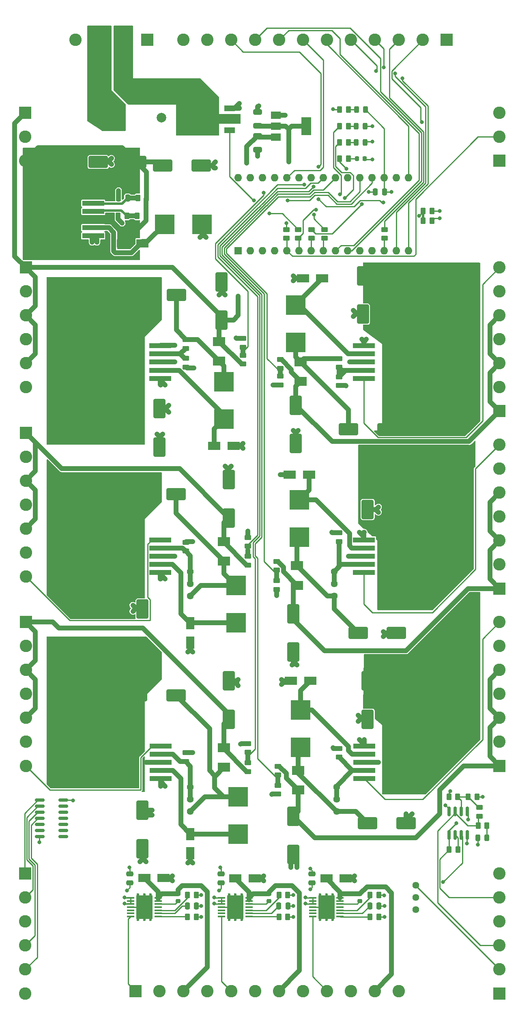
<source format=gtl>
G04 #@! TF.GenerationSoftware,KiCad,Pcbnew,(6.0.5-0)*
G04 #@! TF.CreationDate,2023-01-20T14:12:10+00:00*
G04 #@! TF.ProjectId,pipcb,70697063-622e-46b6-9963-61645f706362,rev?*
G04 #@! TF.SameCoordinates,Original*
G04 #@! TF.FileFunction,Copper,L1,Top*
G04 #@! TF.FilePolarity,Positive*
%FSLAX46Y46*%
G04 Gerber Fmt 4.6, Leading zero omitted, Abs format (unit mm)*
G04 Created by KiCad (PCBNEW (6.0.5-0)) date 2023-01-20 14:12:10*
%MOMM*%
%LPD*%
G01*
G04 APERTURE LIST*
G04 Aperture macros list*
%AMRoundRect*
0 Rectangle with rounded corners*
0 $1 Rounding radius*
0 $2 $3 $4 $5 $6 $7 $8 $9 X,Y pos of 4 corners*
0 Add a 4 corners polygon primitive as box body*
4,1,4,$2,$3,$4,$5,$6,$7,$8,$9,$2,$3,0*
0 Add four circle primitives for the rounded corners*
1,1,$1+$1,$2,$3*
1,1,$1+$1,$4,$5*
1,1,$1+$1,$6,$7*
1,1,$1+$1,$8,$9*
0 Add four rect primitives between the rounded corners*
20,1,$1+$1,$2,$3,$4,$5,0*
20,1,$1+$1,$4,$5,$6,$7,0*
20,1,$1+$1,$6,$7,$8,$9,0*
20,1,$1+$1,$8,$9,$2,$3,0*%
G04 Aperture macros list end*
G04 #@! TA.AperFunction,SMDPad,CuDef*
%ADD10RoundRect,0.250000X-0.450000X0.262500X-0.450000X-0.262500X0.450000X-0.262500X0.450000X0.262500X0*%
G04 #@! TD*
G04 #@! TA.AperFunction,SMDPad,CuDef*
%ADD11R,2.500000X1.900000*%
G04 #@! TD*
G04 #@! TA.AperFunction,ComponentPad*
%ADD12R,2.600000X2.600000*%
G04 #@! TD*
G04 #@! TA.AperFunction,ComponentPad*
%ADD13C,2.600000*%
G04 #@! TD*
G04 #@! TA.AperFunction,SMDPad,CuDef*
%ADD14R,2.500000X1.800000*%
G04 #@! TD*
G04 #@! TA.AperFunction,SMDPad,CuDef*
%ADD15RoundRect,0.250000X1.000000X-1.750000X1.000000X1.750000X-1.000000X1.750000X-1.000000X-1.750000X0*%
G04 #@! TD*
G04 #@! TA.AperFunction,SMDPad,CuDef*
%ADD16RoundRect,0.250000X0.450000X-0.262500X0.450000X0.262500X-0.450000X0.262500X-0.450000X-0.262500X0*%
G04 #@! TD*
G04 #@! TA.AperFunction,SMDPad,CuDef*
%ADD17RoundRect,0.250000X0.475000X-0.250000X0.475000X0.250000X-0.475000X0.250000X-0.475000X-0.250000X0*%
G04 #@! TD*
G04 #@! TA.AperFunction,SMDPad,CuDef*
%ADD18RoundRect,0.250000X-1.000000X1.750000X-1.000000X-1.750000X1.000000X-1.750000X1.000000X1.750000X0*%
G04 #@! TD*
G04 #@! TA.AperFunction,SMDPad,CuDef*
%ADD19RoundRect,0.250000X-0.262500X-0.450000X0.262500X-0.450000X0.262500X0.450000X-0.262500X0.450000X0*%
G04 #@! TD*
G04 #@! TA.AperFunction,SMDPad,CuDef*
%ADD20RoundRect,0.250000X1.750000X1.000000X-1.750000X1.000000X-1.750000X-1.000000X1.750000X-1.000000X0*%
G04 #@! TD*
G04 #@! TA.AperFunction,SMDPad,CuDef*
%ADD21R,4.100000X4.100000*%
G04 #@! TD*
G04 #@! TA.AperFunction,SMDPad,CuDef*
%ADD22RoundRect,0.250000X-1.750000X-1.000000X1.750000X-1.000000X1.750000X1.000000X-1.750000X1.000000X0*%
G04 #@! TD*
G04 #@! TA.AperFunction,ComponentPad*
%ADD23C,1.440000*%
G04 #@! TD*
G04 #@! TA.AperFunction,SMDPad,CuDef*
%ADD24RoundRect,0.225000X-0.250000X0.225000X-0.250000X-0.225000X0.250000X-0.225000X0.250000X0.225000X0*%
G04 #@! TD*
G04 #@! TA.AperFunction,SMDPad,CuDef*
%ADD25R,4.600000X1.100000*%
G04 #@! TD*
G04 #@! TA.AperFunction,SMDPad,CuDef*
%ADD26R,9.400000X10.800000*%
G04 #@! TD*
G04 #@! TA.AperFunction,SMDPad,CuDef*
%ADD27RoundRect,0.250000X-0.650000X0.325000X-0.650000X-0.325000X0.650000X-0.325000X0.650000X0.325000X0*%
G04 #@! TD*
G04 #@! TA.AperFunction,SMDPad,CuDef*
%ADD28RoundRect,0.250000X-0.250000X-0.475000X0.250000X-0.475000X0.250000X0.475000X-0.250000X0.475000X0*%
G04 #@! TD*
G04 #@! TA.AperFunction,SMDPad,CuDef*
%ADD29R,2.200000X1.200000*%
G04 #@! TD*
G04 #@! TA.AperFunction,SMDPad,CuDef*
%ADD30R,6.400000X5.800000*%
G04 #@! TD*
G04 #@! TA.AperFunction,SMDPad,CuDef*
%ADD31RoundRect,0.243750X0.243750X0.456250X-0.243750X0.456250X-0.243750X-0.456250X0.243750X-0.456250X0*%
G04 #@! TD*
G04 #@! TA.AperFunction,SMDPad,CuDef*
%ADD32RoundRect,0.150000X0.150000X-0.825000X0.150000X0.825000X-0.150000X0.825000X-0.150000X-0.825000X0*%
G04 #@! TD*
G04 #@! TA.AperFunction,SMDPad,CuDef*
%ADD33RoundRect,0.100000X0.687500X0.100000X-0.687500X0.100000X-0.687500X-0.100000X0.687500X-0.100000X0*%
G04 #@! TD*
G04 #@! TA.AperFunction,ComponentPad*
%ADD34C,0.600000*%
G04 #@! TD*
G04 #@! TA.AperFunction,SMDPad,CuDef*
%ADD35R,3.400000X5.000000*%
G04 #@! TD*
G04 #@! TA.AperFunction,SMDPad,CuDef*
%ADD36RoundRect,0.250000X0.650000X-0.325000X0.650000X0.325000X-0.650000X0.325000X-0.650000X-0.325000X0*%
G04 #@! TD*
G04 #@! TA.AperFunction,SMDPad,CuDef*
%ADD37RoundRect,0.150000X-0.825000X-0.150000X0.825000X-0.150000X0.825000X0.150000X-0.825000X0.150000X0*%
G04 #@! TD*
G04 #@! TA.AperFunction,SMDPad,CuDef*
%ADD38R,2.000000X1.500000*%
G04 #@! TD*
G04 #@! TA.AperFunction,SMDPad,CuDef*
%ADD39R,2.000000X3.800000*%
G04 #@! TD*
G04 #@! TA.AperFunction,SMDPad,CuDef*
%ADD40RoundRect,0.243750X-0.243750X-0.456250X0.243750X-0.456250X0.243750X0.456250X-0.243750X0.456250X0*%
G04 #@! TD*
G04 #@! TA.AperFunction,SMDPad,CuDef*
%ADD41RoundRect,0.250000X0.262500X0.450000X-0.262500X0.450000X-0.262500X-0.450000X0.262500X-0.450000X0*%
G04 #@! TD*
G04 #@! TA.AperFunction,SMDPad,CuDef*
%ADD42RoundRect,0.218750X0.218750X0.256250X-0.218750X0.256250X-0.218750X-0.256250X0.218750X-0.256250X0*%
G04 #@! TD*
G04 #@! TA.AperFunction,ComponentPad*
%ADD43C,2.000000*%
G04 #@! TD*
G04 #@! TA.AperFunction,SMDPad,CuDef*
%ADD44R,1.800000X2.500000*%
G04 #@! TD*
G04 #@! TA.AperFunction,ComponentPad*
%ADD45R,1.600000X1.600000*%
G04 #@! TD*
G04 #@! TA.AperFunction,ComponentPad*
%ADD46O,1.600000X1.600000*%
G04 #@! TD*
G04 #@! TA.AperFunction,SMDPad,CuDef*
%ADD47RoundRect,0.250000X0.250000X0.475000X-0.250000X0.475000X-0.250000X-0.475000X0.250000X-0.475000X0*%
G04 #@! TD*
G04 #@! TA.AperFunction,ViaPad*
%ADD48C,0.800000*%
G04 #@! TD*
G04 #@! TA.AperFunction,Conductor*
%ADD49C,0.250000*%
G04 #@! TD*
G04 #@! TA.AperFunction,Conductor*
%ADD50C,1.000000*%
G04 #@! TD*
G04 #@! TA.AperFunction,Conductor*
%ADD51C,4.000000*%
G04 #@! TD*
G04 #@! TA.AperFunction,Conductor*
%ADD52C,0.500000*%
G04 #@! TD*
G04 APERTURE END LIST*
D10*
X68000000Y-5087500D03*
X68000000Y-6912500D03*
D11*
X63000000Y-32700000D03*
X63000000Y-36800000D03*
D12*
X31000000Y34500000D03*
D13*
X26000000Y34500000D03*
X21000000Y34500000D03*
X16000000Y34500000D03*
D11*
X46000000Y-32575000D03*
X46000000Y-28475000D03*
D12*
X104500000Y-80000000D03*
D13*
X104500000Y-75000000D03*
X104500000Y-70000000D03*
X104500000Y-65000000D03*
X104500000Y-60000000D03*
X104500000Y-55000000D03*
X104500000Y-50000000D03*
D10*
X51000000Y-31337500D03*
X51000000Y-33162500D03*
D14*
X49387500Y-140500000D03*
X53387500Y-140500000D03*
D15*
X46500000Y-24000000D03*
X46500000Y-16000000D03*
D16*
X39000000Y-72187500D03*
X39000000Y-70362500D03*
D17*
X27387500Y-141450000D03*
X27387500Y-139550000D03*
D18*
X62000000Y-41750000D03*
X62000000Y-49750000D03*
D19*
X39387500Y-144000000D03*
X41212500Y-144000000D03*
X77475000Y-148500000D03*
X79300000Y-148500000D03*
D15*
X76000000Y-22750000D03*
X76000000Y-14750000D03*
D20*
X37000000Y-102275000D03*
X29000000Y-102275000D03*
D15*
X48000000Y-107275000D03*
X48000000Y-99275000D03*
D21*
X63000000Y-105375000D03*
X63000000Y-113175000D03*
D11*
X47000000Y-74325000D03*
X47000000Y-70225000D03*
D19*
X28893750Y-2250000D03*
X30718750Y-2250000D03*
D22*
X20750000Y9000000D03*
X28750000Y9000000D03*
D23*
X70000000Y-76450000D03*
X70000000Y-78990000D03*
X70000000Y-81530000D03*
D24*
X56387500Y-143725000D03*
X56387500Y-145275000D03*
D14*
X65000000Y-99275000D03*
X61000000Y-99275000D03*
X30387500Y-140450000D03*
X34387500Y-140450000D03*
D23*
X40000000Y-121450000D03*
X40000000Y-123990000D03*
X40000000Y-126530000D03*
D18*
X61500000Y-127500000D03*
X61500000Y-135500000D03*
D16*
X100375000Y-127500000D03*
X100375000Y-125675000D03*
D21*
X34600000Y-4000000D03*
X42400000Y-4000000D03*
D12*
X104500000Y-117000000D03*
D13*
X104500000Y-112000000D03*
X104500000Y-107000000D03*
X104500000Y-102000000D03*
X104500000Y-97000000D03*
X104500000Y-92000000D03*
X104500000Y-87000000D03*
D12*
X104500000Y9250000D03*
D13*
X104500000Y14250000D03*
X104500000Y19250000D03*
D10*
X65250000Y-5087500D03*
X65250000Y-6912500D03*
D25*
X76225000Y-69850000D03*
X76225000Y-71550000D03*
D26*
X85375000Y-73250000D03*
D25*
X76225000Y-73250000D03*
X76225000Y-74950000D03*
X76225000Y-76650000D03*
D14*
X29950000Y-8000000D03*
X25950000Y-8000000D03*
D10*
X52000000Y-112362500D03*
X52000000Y-114187500D03*
D27*
X54000000Y14475000D03*
X54000000Y11525000D03*
D22*
X75000000Y-89275000D03*
X83000000Y-89275000D03*
D28*
X39350000Y-146250000D03*
X41250000Y-146250000D03*
D16*
X71000000Y-115187500D03*
X71000000Y-113362500D03*
D29*
X48200000Y15632500D03*
X48200000Y17912500D03*
D30*
X41900000Y17912500D03*
D29*
X48200000Y20192500D03*
D11*
X47000000Y-117325000D03*
X47000000Y-113225000D03*
D19*
X58475000Y-144000000D03*
X60300000Y-144000000D03*
D21*
X62750000Y-61500000D03*
X62750000Y-69300000D03*
D31*
X76500000Y13083334D03*
X74625000Y13083334D03*
D32*
X93970000Y-131475000D03*
X95240000Y-131475000D03*
X96510000Y-131475000D03*
X97780000Y-131475000D03*
X97780000Y-126525000D03*
X96510000Y-126525000D03*
X95240000Y-126525000D03*
X93970000Y-126525000D03*
D15*
X77000000Y-107275000D03*
X77000000Y-99275000D03*
D12*
X104500000Y-43000000D03*
D13*
X104500000Y-38000000D03*
X104500000Y-33000000D03*
X104500000Y-28000000D03*
X104500000Y-23000000D03*
X104500000Y-18000000D03*
X104500000Y-13000000D03*
D25*
X33775000Y-119675000D03*
X33775000Y-117975000D03*
X33775000Y-116275000D03*
D26*
X24625000Y-116275000D03*
D25*
X33775000Y-114575000D03*
X33775000Y-112875000D03*
D16*
X71000000Y-70187500D03*
X71000000Y-68362500D03*
D25*
X33725000Y-76675000D03*
X33725000Y-74975000D03*
X33725000Y-73275000D03*
D26*
X24575000Y-73275000D03*
D25*
X33725000Y-71575000D03*
X33725000Y-69875000D03*
D11*
X62500000Y-117950000D03*
X62500000Y-122050000D03*
D10*
X52000000Y-73275000D03*
X52000000Y-75100000D03*
D12*
X5500000Y-139500000D03*
D13*
X5500000Y-144500000D03*
X5500000Y-149500000D03*
X5500000Y-154500000D03*
X5500000Y-159500000D03*
X5500000Y-164500000D03*
D21*
X62000000Y-20850000D03*
X62000000Y-28650000D03*
D19*
X71127500Y19916666D03*
X72952500Y19916666D03*
X94000000Y-134500000D03*
X95825000Y-134500000D03*
D22*
X77000000Y-129000000D03*
X85000000Y-129000000D03*
D20*
X42250000Y8250000D03*
X34250000Y8250000D03*
D10*
X39050000Y-31975000D03*
X39050000Y-33800000D03*
D15*
X77000000Y-63500000D03*
X77000000Y-55500000D03*
D33*
X71250000Y-148450000D03*
X71250000Y-147800000D03*
X71250000Y-147150000D03*
X71250000Y-146500000D03*
X71250000Y-145850000D03*
X71250000Y-145200000D03*
X71250000Y-144550000D03*
X65525000Y-144550000D03*
X65525000Y-145200000D03*
X65525000Y-145850000D03*
X65525000Y-146500000D03*
X65525000Y-147150000D03*
X65525000Y-147800000D03*
X65525000Y-148450000D03*
D34*
X67087500Y-145200000D03*
X68387500Y-143900000D03*
X69687500Y-147800000D03*
D35*
X68387500Y-146500000D03*
D34*
X69687500Y-143900000D03*
X69687500Y-146500000D03*
X68387500Y-149100000D03*
X67087500Y-143900000D03*
X68387500Y-145200000D03*
X67087500Y-147800000D03*
X68387500Y-146500000D03*
X67087500Y-149100000D03*
X69687500Y-149100000D03*
X69687500Y-145200000D03*
X68387500Y-147800000D03*
X67087500Y-146500000D03*
D36*
X54000000Y16525000D03*
X54000000Y19475000D03*
D28*
X25000000Y1500000D03*
X26900000Y1500000D03*
D18*
X33550000Y-42475000D03*
X33550000Y-50475000D03*
D16*
X58750000Y-37537500D03*
X58750000Y-35712500D03*
D12*
X5640000Y-13000000D03*
D13*
X5640000Y-18000000D03*
X5640000Y-23000000D03*
X5640000Y-28000000D03*
X5640000Y-33000000D03*
X5640000Y-38000000D03*
D21*
X47000000Y-44650000D03*
X47000000Y-36850000D03*
D25*
X33725000Y-36150000D03*
X33725000Y-34450000D03*
X33725000Y-32750000D03*
D26*
X24575000Y-32750000D03*
D25*
X33725000Y-31050000D03*
X33725000Y-29350000D03*
D10*
X52000000Y-69362500D03*
X52000000Y-71187500D03*
D16*
X39000000Y-116100000D03*
X39000000Y-114275000D03*
D25*
X76225000Y-29350000D03*
X76225000Y-31050000D03*
D26*
X85375000Y-32750000D03*
D25*
X76225000Y-32750000D03*
X76225000Y-34450000D03*
X76225000Y-36150000D03*
D14*
X67500000Y-15250000D03*
X63500000Y-15250000D03*
D33*
X52250000Y-148450000D03*
X52250000Y-147800000D03*
X52250000Y-147150000D03*
X52250000Y-146500000D03*
X52250000Y-145850000D03*
X52250000Y-145200000D03*
X52250000Y-144550000D03*
X46525000Y-144550000D03*
X46525000Y-145200000D03*
X46525000Y-145850000D03*
X46525000Y-146500000D03*
X46525000Y-147150000D03*
X46525000Y-147800000D03*
X46525000Y-148450000D03*
D34*
X50687500Y-149100000D03*
X48087500Y-149100000D03*
X50687500Y-145200000D03*
X50687500Y-146500000D03*
X48087500Y-147800000D03*
X48087500Y-146500000D03*
X50687500Y-143900000D03*
X50687500Y-147800000D03*
X49387500Y-143900000D03*
X49387500Y-145200000D03*
X49387500Y-149100000D03*
X49387500Y-146500000D03*
X49387500Y-147800000D03*
X48087500Y-143900000D03*
D35*
X49387500Y-146500000D03*
D34*
X48087500Y-145200000D03*
D10*
X52000000Y-116362500D03*
X52000000Y-118187500D03*
D12*
X5640000Y-47500000D03*
D13*
X5640000Y-52500000D03*
X5640000Y-57500000D03*
X5640000Y-62500000D03*
X5640000Y-67500000D03*
X5640000Y-72500000D03*
X5640000Y-77500000D03*
D19*
X93962500Y-123500000D03*
X95787500Y-123500000D03*
D37*
X8525000Y-124190000D03*
X8525000Y-125460000D03*
X8525000Y-126730000D03*
X8525000Y-128000000D03*
X8525000Y-129270000D03*
X8525000Y-130540000D03*
X8525000Y-131810000D03*
X13475000Y-131810000D03*
X13475000Y-130540000D03*
X13475000Y-129270000D03*
X13475000Y-128000000D03*
X13475000Y-126730000D03*
X13475000Y-125460000D03*
X13475000Y-124190000D03*
D20*
X37050000Y-18750000D03*
X29050000Y-18750000D03*
D14*
X68387500Y-140500000D03*
X72387500Y-140500000D03*
D17*
X46387500Y-141450000D03*
X46387500Y-139550000D03*
D23*
X70500000Y-121450000D03*
X70500000Y-123990000D03*
X70500000Y-126530000D03*
D12*
X28500000Y-164000000D03*
D13*
X33500000Y-164000000D03*
X38500000Y-164000000D03*
X43500000Y-164000000D03*
X48500000Y-164000000D03*
X53500000Y-164000000D03*
X58500000Y-164000000D03*
X63500000Y-164000000D03*
X68500000Y-164000000D03*
X73500000Y-164000000D03*
X78500000Y-164000000D03*
X83500000Y-164000000D03*
D16*
X58750000Y-34037500D03*
X58750000Y-32212500D03*
D18*
X30000000Y-126275000D03*
X30000000Y-134275000D03*
D25*
X19725000Y-6400000D03*
X19725000Y-4700000D03*
X19725000Y-3000000D03*
D26*
X10575000Y-3000000D03*
D25*
X19725000Y-1300000D03*
X19725000Y400000D03*
D38*
X57850000Y18800000D03*
X57850000Y16500000D03*
D39*
X64150000Y16500000D03*
D38*
X57850000Y14200000D03*
D21*
X49500000Y-87175000D03*
X49500000Y-79375000D03*
D19*
X39387500Y-148500000D03*
X41212500Y-148500000D03*
D40*
X100000000Y-132000000D03*
X101875000Y-132000000D03*
D41*
X72952500Y13083334D03*
X71127500Y13083334D03*
D10*
X71000000Y-35837500D03*
X71000000Y-37662500D03*
D28*
X58437500Y-146250000D03*
X60337500Y-146250000D03*
D25*
X76275000Y-112875000D03*
X76275000Y-114575000D03*
D26*
X85425000Y-116275000D03*
D25*
X76275000Y-116275000D03*
X76275000Y-117975000D03*
X76275000Y-119675000D03*
D22*
X73000000Y-46750000D03*
X81000000Y-46750000D03*
D31*
X76500000Y16500000D03*
X74625000Y16500000D03*
D42*
X76350000Y9666666D03*
X74775000Y9666666D03*
D33*
X33250000Y-148450000D03*
X33250000Y-147800000D03*
X33250000Y-147150000D03*
X33250000Y-146500000D03*
X33250000Y-145850000D03*
X33250000Y-145200000D03*
X33250000Y-144550000D03*
X27525000Y-144550000D03*
X27525000Y-145200000D03*
X27525000Y-145850000D03*
X27525000Y-146500000D03*
X27525000Y-147150000D03*
X27525000Y-147800000D03*
X27525000Y-148450000D03*
D34*
X30387500Y-149100000D03*
X29087500Y-149100000D03*
X31687500Y-147800000D03*
X31687500Y-145200000D03*
X29087500Y-143900000D03*
X30387500Y-146500000D03*
X30387500Y-143900000D03*
D35*
X30387500Y-146500000D03*
D34*
X29087500Y-145200000D03*
X30387500Y-147800000D03*
X29087500Y-147800000D03*
X30387500Y-145200000D03*
X31687500Y-149100000D03*
X29087500Y-146500000D03*
X31687500Y-146500000D03*
X31687500Y-143900000D03*
D16*
X71000000Y-33825000D03*
X71000000Y-32000000D03*
D10*
X51000000Y-27837500D03*
X51000000Y-29662500D03*
D28*
X77437500Y-146250000D03*
X79337500Y-146250000D03*
D11*
X62250000Y-75225000D03*
X62250000Y-79325000D03*
D12*
X5640000Y-87000000D03*
D13*
X5640000Y-92000000D03*
X5640000Y-97000000D03*
X5640000Y-102000000D03*
X5640000Y-107000000D03*
X5640000Y-112000000D03*
X5640000Y-117000000D03*
D19*
X88587500Y-1250000D03*
X90412500Y-1250000D03*
D15*
X48000000Y-65275000D03*
X48000000Y-57275000D03*
D18*
X30000000Y-84275000D03*
X30000000Y-92275000D03*
D43*
X22550000Y18250000D03*
X33950000Y18250000D03*
D41*
X90412500Y-3250000D03*
X88587500Y-3250000D03*
D16*
X58250000Y-122912500D03*
X58250000Y-121087500D03*
D19*
X97962500Y-123500000D03*
X99787500Y-123500000D03*
D44*
X40000000Y-87275000D03*
X40000000Y-91275000D03*
D16*
X58000000Y-80187500D03*
X58000000Y-78362500D03*
D10*
X80500000Y-5087500D03*
X80500000Y-6912500D03*
D12*
X93500000Y34500000D03*
D13*
X88500000Y34500000D03*
X83500000Y34500000D03*
X78500000Y34500000D03*
X73500000Y34500000D03*
X68500000Y34500000D03*
X63500000Y34500000D03*
X58500000Y34500000D03*
X53500000Y34500000D03*
X48500000Y34500000D03*
X43500000Y34500000D03*
X38500000Y34500000D03*
D45*
X50000000Y-9500000D03*
D46*
X52540000Y-9500000D03*
X55080000Y-9500000D03*
X57620000Y-9500000D03*
X60160000Y-9500000D03*
X62700000Y-9500000D03*
X65240000Y-9500000D03*
X67780000Y-9500000D03*
X70320000Y-9500000D03*
X72860000Y-9500000D03*
X75400000Y-9500000D03*
X77940000Y-9500000D03*
X80480000Y-9500000D03*
X83020000Y-9500000D03*
X85560000Y-9500000D03*
X85560000Y5740000D03*
X83020000Y5740000D03*
X80480000Y5740000D03*
X77940000Y5740000D03*
X75400000Y5740000D03*
X72860000Y5740000D03*
X70320000Y5740000D03*
X67780000Y5740000D03*
X65240000Y5740000D03*
X62700000Y5740000D03*
X60160000Y5740000D03*
X57620000Y5740000D03*
X55080000Y5740000D03*
X52540000Y5740000D03*
X50000000Y5740000D03*
D21*
X50000000Y-131275000D03*
X50000000Y-123475000D03*
D16*
X58000000Y-76187500D03*
X58000000Y-74362500D03*
D14*
X45000000Y-50250000D03*
X49000000Y-50250000D03*
D16*
X39050000Y-29887500D03*
X39050000Y-28062500D03*
D19*
X77475000Y-144000000D03*
X79300000Y-144000000D03*
X29037500Y1500000D03*
X30862500Y1500000D03*
D41*
X26718750Y-2250000D03*
X24893750Y-2250000D03*
D12*
X104500000Y-164500000D03*
D13*
X104500000Y-159500000D03*
X104500000Y-154500000D03*
X104500000Y-149500000D03*
X104500000Y-144500000D03*
X104500000Y-139500000D03*
D40*
X74665000Y19916666D03*
X76540000Y19916666D03*
D12*
X5500000Y19250000D03*
D13*
X5500000Y14250000D03*
X5500000Y9250000D03*
D20*
X37000000Y-60275000D03*
X29000000Y-60275000D03*
D41*
X72952500Y9666666D03*
X71127500Y9666666D03*
D16*
X58250000Y-118912500D03*
X58250000Y-117087500D03*
D23*
X40000000Y-76460000D03*
X40000000Y-79000000D03*
X40000000Y-81540000D03*
D24*
X37387500Y-143725000D03*
X37387500Y-145275000D03*
D10*
X60000000Y-5087500D03*
X60000000Y-6912500D03*
D41*
X72952500Y16500000D03*
X71127500Y16500000D03*
D18*
X61500000Y-85275000D03*
X61500000Y-93275000D03*
D44*
X40000000Y-131275000D03*
X40000000Y-135275000D03*
D24*
X75387500Y-143725000D03*
X75387500Y-145275000D03*
D41*
X101875000Y-129500000D03*
X100050000Y-129500000D03*
D19*
X58475000Y-148500000D03*
X60300000Y-148500000D03*
D23*
X87000000Y-141900000D03*
X87000000Y-144440000D03*
X87000000Y-146980000D03*
D17*
X65387500Y-141450000D03*
X65387500Y-139550000D03*
D47*
X80500000Y2750000D03*
X78600000Y2750000D03*
D10*
X62500000Y-5087500D03*
X62500000Y-6912500D03*
D14*
X64750000Y-56250000D03*
X60750000Y-56250000D03*
D48*
X26750000Y-143000000D03*
X51750000Y9750000D03*
X50000000Y-20000000D03*
X26250000Y-144500000D03*
X26250000Y-145750000D03*
X46000000Y-143000000D03*
X45000000Y-144500000D03*
X50000000Y-19000000D03*
X50000000Y-21000000D03*
X64000000Y-144500000D03*
X64000000Y-145750000D03*
X51750000Y8750000D03*
X45000000Y-145750000D03*
X50000000Y-23000000D03*
X65000000Y-142750000D03*
X50000000Y-22000000D03*
X51750000Y10750000D03*
X8750000Y0D03*
X7000000Y0D03*
X10500000Y1500000D03*
X12250000Y-7500000D03*
X12250000Y-1500000D03*
X8750000Y-1500000D03*
X7000000Y-4500000D03*
X14000000Y-3000000D03*
X14000000Y-4500000D03*
X12250000Y0D03*
X14000000Y-1500000D03*
X7000000Y-1500000D03*
X12250000Y-6000000D03*
X10500000Y0D03*
X14000000Y-6000000D03*
X7000000Y-7500000D03*
X14000000Y0D03*
X7000000Y-6000000D03*
X8750000Y-3000000D03*
X10500000Y-4500000D03*
X8750000Y-4500000D03*
X12250000Y-4500000D03*
X12250000Y-3000000D03*
X8750000Y-6000000D03*
X12250000Y1500000D03*
X8750000Y-7500000D03*
X7000000Y1500000D03*
X8750000Y1500000D03*
X10500000Y-3000000D03*
X7000000Y-3000000D03*
X10500000Y-1500000D03*
X14000000Y1500000D03*
X14000000Y-7500000D03*
X10500000Y-6000000D03*
X10500000Y-7500000D03*
X92750000Y-141250000D03*
X94250000Y-122250000D03*
X93250000Y-125250000D03*
X60500000Y11000000D03*
X60500000Y10000000D03*
X82000000Y2750000D03*
X60500000Y9000000D03*
X60000000Y-3750000D03*
X15500000Y-124250000D03*
X75250000Y-111500000D03*
X28000000Y-83500000D03*
X92000000Y-1250000D03*
X76250000Y-111500000D03*
X34750000Y-78000000D03*
X19500000Y-7750000D03*
X79230831Y-64083037D03*
X75750000Y-28000000D03*
X28000000Y-84750000D03*
X79250000Y-63000000D03*
X20500000Y-7750000D03*
X33750000Y-121250000D03*
X76750000Y-28000000D03*
X32000000Y-127250000D03*
X23500000Y8500000D03*
X23500000Y9750000D03*
X34750000Y-37500000D03*
X75000000Y-106500000D03*
X76250000Y-68250000D03*
X75250000Y-68250000D03*
X74000000Y-23250000D03*
X25000000Y3000000D03*
X32000000Y-126250000D03*
X35500000Y-41750000D03*
X33750000Y-78000000D03*
X34750000Y-121250000D03*
X33750000Y-37500000D03*
X74000000Y-22000000D03*
X75000000Y-107750000D03*
X35500000Y-43250000D03*
X84250000Y26500000D03*
X78750000Y27974500D03*
X80373521Y28772874D03*
X82750000Y27500000D03*
X71250000Y2250000D03*
X72250000Y1500000D03*
X66750000Y1250000D03*
X80264333Y538931D03*
X87750000Y-2250000D03*
X65737589Y3868400D03*
X72585945Y7589011D03*
X66250000Y-1000000D03*
X63750000Y4249998D03*
X55321070Y2601559D03*
X60250000Y1000000D03*
X65750000Y-2000000D03*
X66750000Y8000000D03*
X40500000Y-137250000D03*
X22750000Y-77750000D03*
X54000000Y10250000D03*
X24500000Y-34250000D03*
X24500000Y-32750000D03*
X87000000Y-68750000D03*
X88750000Y-28250000D03*
X80500000Y-148500000D03*
X24500000Y-71750000D03*
X26250000Y-32750000D03*
X21000000Y-29750000D03*
X87000000Y-74750000D03*
X26250000Y-77750000D03*
X21250000Y-120750000D03*
X28000000Y-37250000D03*
X22750000Y-29750000D03*
X40500000Y-114250000D03*
X28250000Y-116250000D03*
X73000000Y-73250000D03*
X65000000Y-138500000D03*
X83500000Y-68750000D03*
X83500000Y-34250000D03*
X61500000Y-14750000D03*
X73250000Y-32750000D03*
X40500000Y-70250000D03*
X25750000Y-3750000D03*
X42000000Y-6750000D03*
X50500000Y-112500000D03*
X88500000Y-116000000D03*
X86750000Y-117500000D03*
X21000000Y-71750000D03*
X26250000Y-29750000D03*
X57250000Y-37500000D03*
X58750000Y-56250000D03*
X80250000Y-89000000D03*
X28000000Y-29750000D03*
X21250000Y-114750000D03*
X88750000Y-68750000D03*
X48500000Y-54500000D03*
X21000000Y-34250000D03*
X87000000Y-70250000D03*
X23000000Y-119250000D03*
X61500000Y-146250000D03*
X22750000Y-37250000D03*
X88750000Y-70250000D03*
X28000000Y-31250000D03*
X46000000Y-18750000D03*
X39500000Y-137250000D03*
X26250000Y-37250000D03*
X22750000Y-73250000D03*
X83250000Y-119000000D03*
X28000000Y-74750000D03*
X36250000Y-140000000D03*
X24500000Y-31250000D03*
X88750000Y-29750000D03*
X21000000Y-28250000D03*
X23000000Y-113250000D03*
X81500000Y-111500000D03*
X21000000Y-31250000D03*
X81750000Y-37250000D03*
X88500000Y-119000000D03*
X29500000Y-137000000D03*
X81750000Y-35750000D03*
X26500000Y-117750000D03*
X88500000Y-111500000D03*
X83250000Y-120500000D03*
X59000000Y-99000000D03*
X88750000Y-37250000D03*
X36250000Y-141000000D03*
X51000000Y-49750000D03*
X28000000Y-34250000D03*
X26250000Y-70250000D03*
X28000000Y-28250000D03*
X85000000Y-116000000D03*
X78000000Y16500000D03*
X88750000Y-77750000D03*
X45250000Y7750000D03*
X23000000Y-111750000D03*
X21000000Y-35750000D03*
X26250000Y-35750000D03*
X28000000Y-35750000D03*
X22750000Y-28250000D03*
X88500000Y-120500000D03*
X28250000Y-114750000D03*
X80500000Y-146250000D03*
X81750000Y-34250000D03*
X28250000Y-111750000D03*
X88500000Y-114500000D03*
X81750000Y-73250000D03*
X28000000Y-77750000D03*
X28000000Y-71750000D03*
X85250000Y-32750000D03*
X81750000Y-32750000D03*
X22750000Y-35750000D03*
X74250000Y-140000000D03*
X81500000Y-117500000D03*
X24750000Y-117750000D03*
X81500000Y-114500000D03*
X87000000Y-77750000D03*
X85000000Y-114500000D03*
X24500000Y-68750000D03*
X88750000Y-31250000D03*
X83250000Y-117500000D03*
X86750000Y-120500000D03*
X100000000Y-133500000D03*
X22750000Y-70250000D03*
X47250000Y-54500000D03*
X24750000Y-116250000D03*
X88500000Y-113000000D03*
X61500000Y-148500000D03*
X85000000Y-127000000D03*
X26500000Y-114750000D03*
X85250000Y-74750000D03*
X72500000Y-37750000D03*
X83500000Y-31250000D03*
X81750000Y-77750000D03*
X78000000Y13250000D03*
X26250000Y-28250000D03*
X81500000Y-116000000D03*
X83500000Y-76250000D03*
X42250000Y-144000000D03*
X57000000Y-123000000D03*
X85250000Y-35750000D03*
X83500000Y-37250000D03*
X42250000Y-148500000D03*
X33000000Y-47750000D03*
X26500000Y-116250000D03*
X88500000Y-117500000D03*
X59750000Y18750000D03*
X46250000Y-138250000D03*
X85000000Y-113000000D03*
X81750000Y-29750000D03*
X81500000Y-113000000D03*
X69750000Y20000000D03*
X69500000Y-68250000D03*
X36750000Y-29250000D03*
X101000000Y-123500000D03*
X24500000Y-77750000D03*
X83500000Y-77750000D03*
X24750000Y-120750000D03*
X22750000Y-34250000D03*
X87000000Y-31250000D03*
X24750000Y-113250000D03*
X61500000Y-15750000D03*
X28250000Y-120750000D03*
X54250000Y20750000D03*
X85250000Y-71750000D03*
X87000000Y-71750000D03*
X88750000Y-76250000D03*
X81750000Y-71750000D03*
X86750000Y-119000000D03*
X49500000Y-27750000D03*
X81750000Y-70250000D03*
X22750000Y-71750000D03*
X74250000Y-141000000D03*
X83500000Y-29750000D03*
X85250000Y-31250000D03*
X81750000Y-28250000D03*
X85250000Y-29750000D03*
X34250000Y-47750000D03*
X85250000Y-73250000D03*
X39500000Y-93250000D03*
X62250000Y-96000000D03*
X83500000Y-35750000D03*
X28000000Y-32750000D03*
X77250000Y2750000D03*
X85250000Y-77750000D03*
X83250000Y-116000000D03*
X24750000Y-111750000D03*
X23000000Y-116250000D03*
X85250000Y-37250000D03*
X55250000Y-140000000D03*
X21000000Y-32750000D03*
X61500000Y-144000000D03*
X24500000Y-37250000D03*
X81500000Y-119000000D03*
X28250000Y-119250000D03*
X21250000Y-116250000D03*
X50000000Y-100250000D03*
X28000000Y-73250000D03*
X87000000Y-76250000D03*
X26250000Y-34250000D03*
X21250000Y-111750000D03*
X26500000Y-113250000D03*
X85000000Y-120500000D03*
X81750000Y-76250000D03*
X22750000Y-31250000D03*
X88750000Y-35750000D03*
X88750000Y-32750000D03*
X22750000Y-76250000D03*
X62250000Y-138250000D03*
X87000000Y-37250000D03*
X40500000Y-93250000D03*
X85250000Y-28250000D03*
X83500000Y-74750000D03*
X92000000Y-2750000D03*
X58000000Y-81500000D03*
X24750000Y-114750000D03*
X88750000Y-71750000D03*
X83500000Y-71750000D03*
X22750000Y-32750000D03*
X81750000Y-74750000D03*
X87000000Y-34250000D03*
X24750000Y-119250000D03*
X26250000Y-73250000D03*
X28000000Y-68750000D03*
X21000000Y-73250000D03*
X50000000Y-99000000D03*
X42250000Y-146250000D03*
X24500000Y-28250000D03*
X30750000Y-137000000D03*
X61500000Y-47000000D03*
X85250000Y-68750000D03*
X27250000Y-138250000D03*
X86750000Y-111500000D03*
X26250000Y-68750000D03*
X36750000Y-32750000D03*
X61000000Y-138250000D03*
X50250000Y20250000D03*
X59000000Y-100000000D03*
X24500000Y-73250000D03*
X28250000Y-117750000D03*
X83250000Y-114500000D03*
X43250000Y-6750000D03*
X97750000Y-133250000D03*
X61250000Y-96000000D03*
X88750000Y-74750000D03*
X24500000Y-29750000D03*
X86250000Y-127000000D03*
X45250000Y9000000D03*
X28250000Y-113250000D03*
X87000000Y-28250000D03*
X21000000Y-68750000D03*
X23000000Y-114750000D03*
X8500000Y-133000000D03*
X24500000Y-70250000D03*
X85000000Y-111500000D03*
X21000000Y-70250000D03*
X55250000Y-141000000D03*
X83250000Y-113000000D03*
X22750000Y-68750000D03*
X21250000Y-119250000D03*
X87000000Y-29750000D03*
X22750000Y-74750000D03*
X85000000Y-117500000D03*
X83500000Y-73250000D03*
X26500000Y-120750000D03*
X83500000Y-70250000D03*
X85250000Y-70250000D03*
X50250000Y21250000D03*
X85250000Y-76250000D03*
X86750000Y-114500000D03*
X80472536Y-144027464D03*
X24500000Y-74750000D03*
X26250000Y-71750000D03*
X52000000Y-68000000D03*
X51000000Y-50750000D03*
X80250000Y-90000000D03*
X86750000Y-116000000D03*
X62500000Y-47000000D03*
X83250000Y-111500000D03*
X21250000Y-117750000D03*
X83500000Y-32750000D03*
X81750000Y-31250000D03*
X21000000Y-76250000D03*
X21000000Y-74750000D03*
X24500000Y-76250000D03*
X26250000Y-76250000D03*
X28000000Y-70250000D03*
X87000000Y-73250000D03*
X23000000Y-117750000D03*
X87000000Y-35750000D03*
X85250000Y-34250000D03*
X26500000Y-119250000D03*
X81750000Y-68750000D03*
X36750000Y-73250000D03*
X26500000Y-111750000D03*
X88750000Y-73250000D03*
X30750000Y-116250000D03*
X79250000Y-116250000D03*
X69750000Y-113250000D03*
X87000000Y-32750000D03*
X24500000Y-35750000D03*
X86750000Y-113000000D03*
X83500000Y-28250000D03*
X47250000Y-18750000D03*
X26250000Y-74750000D03*
X40750000Y-34000000D03*
X78000000Y9500000D03*
X21000000Y-77750000D03*
X85000000Y-119000000D03*
X21000000Y-37250000D03*
X81500000Y-120500000D03*
X88750000Y-34250000D03*
X28000000Y-76250000D03*
X26250000Y-31250000D03*
X21250000Y-113250000D03*
X23000000Y-120750000D03*
X75750000Y250000D03*
X88308041Y17347536D03*
X56500000Y-1750000D03*
X53250000Y1000000D03*
X95500000Y-129000000D03*
X98000000Y-128250000D03*
D49*
X87750000Y14953992D02*
X87750000Y5250000D01*
X74124511Y-8375489D02*
X71444511Y-8375489D01*
X71250000Y31453992D02*
X87750000Y14953992D01*
X60500000Y36500000D02*
X69537500Y36500000D01*
X58500000Y34500000D02*
X60500000Y36500000D01*
X71250000Y34787500D02*
X71250000Y31453992D01*
X69537500Y36500000D02*
X71250000Y34787500D01*
X87750000Y5250000D02*
X74124511Y-8375489D01*
X71444511Y-8375489D02*
X70320000Y-9500000D01*
X88199510Y15140186D02*
X79649021Y23690675D01*
X73635704Y-9500000D02*
X88199511Y5063807D01*
X73347897Y36949510D02*
X55949510Y36949510D01*
X72860000Y-9500000D02*
X73635704Y-9500000D01*
X55949510Y36949510D02*
X53500000Y34500000D01*
X79649021Y23690675D02*
X79649021Y30648386D01*
X88199511Y5063807D02*
X88199510Y15140186D01*
X79649021Y30648386D02*
X73347897Y36949510D01*
D50*
X7639511Y-65500489D02*
X5640000Y-67500000D01*
X48000000Y-65275000D02*
X37725000Y-55000000D01*
X47000000Y-66275000D02*
X48000000Y-65275000D01*
X5640000Y-57500000D02*
X7639511Y-55500489D01*
X47000000Y-70330324D02*
X51769676Y-75100000D01*
X7639511Y-49499511D02*
X5640000Y-47500000D01*
X5640000Y-57500000D02*
X7639511Y-59499511D01*
X13140000Y-55000000D02*
X5640000Y-47500000D01*
X7639511Y-55500489D02*
X7639511Y-49499511D01*
X51769676Y-75100000D02*
X52000000Y-75100000D01*
X47000000Y-70225000D02*
X47000000Y-66275000D01*
X7639511Y-59499511D02*
X7639511Y-65500489D01*
X37725000Y-55000000D02*
X13140000Y-55000000D01*
X3333330Y-10693330D02*
X3333330Y17083330D01*
D49*
X27525000Y-145850000D02*
X26350000Y-145850000D01*
X64050000Y-144550000D02*
X64000000Y-144500000D01*
D50*
X36250000Y-13000000D02*
X46500000Y-23250000D01*
D49*
X65525000Y-144550000D02*
X64050000Y-144550000D01*
X65387500Y-142362500D02*
X65000000Y-142750000D01*
X26300000Y-144550000D02*
X26250000Y-144500000D01*
D50*
X50687500Y-33162500D02*
X51000000Y-33162500D01*
D49*
X27525000Y-145850000D02*
X27525000Y-144550000D01*
D50*
X7639511Y-31000489D02*
X5640000Y-33000000D01*
X7639511Y-14999511D02*
X7639511Y-21000489D01*
X51750000Y8750000D02*
X51750000Y10750000D01*
X7639511Y-21000489D02*
X5640000Y-23000000D01*
D49*
X45050000Y-144550000D02*
X45000000Y-144500000D01*
X46525000Y-144550000D02*
X45050000Y-144550000D01*
X65387500Y-141450000D02*
X65387500Y-142362500D01*
X27387500Y-142362500D02*
X26750000Y-143000000D01*
X27525000Y-144550000D02*
X26300000Y-144550000D01*
X46387500Y-141450000D02*
X46387500Y-142612500D01*
D50*
X5640000Y-13000000D02*
X36250000Y-13000000D01*
X5640000Y-13000000D02*
X7639511Y-14999511D01*
D49*
X46387500Y-142612500D02*
X46000000Y-143000000D01*
X46525000Y-145850000D02*
X45100000Y-145850000D01*
D50*
X57850000Y14200000D02*
X54275000Y14200000D01*
X54275000Y14200000D02*
X54000000Y14475000D01*
X50000000Y-19000000D02*
X50000000Y-23000000D01*
X5640000Y-23000000D02*
X7639511Y-24999511D01*
X3333330Y17083330D02*
X5500000Y19250000D01*
X49000000Y-24000000D02*
X50000000Y-23000000D01*
D49*
X65525000Y-145850000D02*
X65525000Y-144550000D01*
X46525000Y-145200000D02*
X46525000Y-144550000D01*
D50*
X46500000Y-24000000D02*
X49000000Y-24000000D01*
D49*
X45100000Y-145850000D02*
X45000000Y-145750000D01*
X26350000Y-145850000D02*
X26250000Y-145750000D01*
X64100000Y-145850000D02*
X64000000Y-145750000D01*
D50*
X5640000Y-13000000D02*
X3333330Y-10693330D01*
X46000000Y-28475000D02*
X46000000Y-24500000D01*
X46000000Y-28475000D02*
X50687500Y-33162500D01*
D49*
X27387500Y-141450000D02*
X27387500Y-142362500D01*
X46525000Y-145200000D02*
X46525000Y-145850000D01*
X65525000Y-145850000D02*
X64100000Y-145850000D01*
D50*
X51750000Y12225000D02*
X51750000Y10750000D01*
X54000000Y14475000D02*
X51750000Y12225000D01*
X7639511Y-24999511D02*
X7639511Y-31000489D01*
X102500489Y-24999511D02*
X104500000Y-23000000D01*
X69574511Y-49324511D02*
X98175489Y-49324511D01*
X104500000Y-43000000D02*
X102500489Y-41000489D01*
X58980324Y-32212500D02*
X58750000Y-32212500D01*
X98175489Y-49324511D02*
X104500000Y-43000000D01*
X63000000Y-36800000D02*
X61050489Y-34850489D01*
X62000000Y-41750000D02*
X69574511Y-49324511D01*
X62000000Y-41750000D02*
X62000000Y-37800000D01*
X61050489Y-34850489D02*
X61050489Y-34282665D01*
X102500489Y-41000489D02*
X102500489Y-34999511D01*
X102500489Y-31000489D02*
X102500489Y-24999511D01*
X102500489Y-34999511D02*
X104500000Y-33000000D01*
X61050489Y-34282665D02*
X58980324Y-32212500D01*
X104500000Y-33000000D02*
X102500489Y-31000489D01*
X62000000Y-37800000D02*
X63000000Y-36800000D01*
X62250000Y-79325000D02*
X59399520Y-76474520D01*
X102500489Y-68000489D02*
X104500000Y-70000000D01*
X102500489Y-78000489D02*
X104500000Y-80000000D01*
X98000000Y-80000000D02*
X85000000Y-93000000D01*
X102500489Y-61999511D02*
X102500489Y-68000489D01*
X61500000Y-85275000D02*
X61500000Y-80075000D01*
X59399520Y-76474520D02*
X59399520Y-75531696D01*
X68000000Y-93000000D02*
X61500000Y-86500000D01*
X102500489Y-71999511D02*
X102500489Y-78000489D01*
X58230324Y-74362500D02*
X58000000Y-74362500D01*
X59399520Y-75531696D02*
X58230324Y-74362500D01*
X104500000Y-60000000D02*
X102500489Y-61999511D01*
X104500000Y-80000000D02*
X98000000Y-80000000D01*
X61500000Y-80075000D02*
X62250000Y-79325000D01*
X104500000Y-70000000D02*
X102500489Y-71999511D01*
X85000000Y-93000000D02*
X68000000Y-93000000D01*
X30067824Y-88250000D02*
X48000000Y-106182176D01*
X47000000Y-113225000D02*
X47000000Y-108275000D01*
X47000000Y-108275000D02*
X48000000Y-107275000D01*
X7639511Y-88999511D02*
X7639511Y-95000489D01*
X7639511Y-95000489D02*
X5640000Y-97000000D01*
X12500000Y-88250000D02*
X30067824Y-88250000D01*
X52000000Y-118187500D02*
X51769676Y-118187500D01*
X5640000Y-87000000D02*
X11250000Y-87000000D01*
X5640000Y-97000000D02*
X7639511Y-98999511D01*
X5640000Y-87000000D02*
X7639511Y-88999511D01*
X11250000Y-87000000D02*
X12500000Y-88250000D01*
X51769676Y-118187500D02*
X47000000Y-113417824D01*
X7639511Y-105000489D02*
X5640000Y-107000000D01*
X7639511Y-98999511D02*
X7639511Y-105000489D01*
X104500000Y-97000000D02*
X102500489Y-98999511D01*
X62500000Y-122050000D02*
X62500000Y-126500000D01*
X62500000Y-126500000D02*
X61500000Y-127500000D01*
X60000000Y-119550000D02*
X62500000Y-122050000D01*
X102500489Y-108999511D02*
X104500000Y-107000000D01*
X87000000Y-132000000D02*
X92000000Y-127000000D01*
X97000000Y-117000000D02*
X104500000Y-117000000D01*
X66000000Y-132000000D02*
X87000000Y-132000000D01*
X58250000Y-117087500D02*
X58480324Y-117087500D01*
X92000000Y-122000000D02*
X97000000Y-117000000D01*
X102500489Y-115000489D02*
X102500489Y-108999511D01*
X102500489Y-105000489D02*
X104500000Y-107000000D01*
X92000000Y-127000000D02*
X92000000Y-122000000D01*
X58480324Y-117087500D02*
X60000000Y-118607176D01*
X104500000Y-117000000D02*
X102500489Y-115000489D01*
X61500000Y-127500000D02*
X66000000Y-132000000D01*
X102500489Y-98999511D02*
X102500489Y-105000489D01*
X60000000Y-118607176D02*
X60000000Y-119550000D01*
X25950000Y-8000000D02*
X30718750Y-3231250D01*
X5500000Y9250000D02*
X8250000Y12000000D01*
X30718750Y-3231250D02*
X30718750Y-2250000D01*
X30718750Y-2250000D02*
X30718750Y1356250D01*
X30718750Y1356250D02*
X30862500Y1500000D01*
X19725000Y-3000000D02*
X23025000Y-3000000D01*
X25750000Y12000000D02*
X28750000Y9000000D01*
X23025000Y-3000000D02*
X25950000Y-5925000D01*
X25950000Y-5925000D02*
X25950000Y-8000000D01*
X28750000Y9000000D02*
X33500000Y9000000D01*
X8250000Y12000000D02*
X25750000Y12000000D01*
X19725000Y-3000000D02*
X10575000Y-3000000D01*
X28750000Y9000000D02*
X30862500Y6887500D01*
X30862500Y6887500D02*
X30862500Y1500000D01*
D51*
X40588478Y17912500D02*
X41900000Y17912500D01*
D49*
X60160000Y-9500000D02*
X60160000Y-7072500D01*
X87000000Y1250000D02*
X87000000Y-10250000D01*
X104500000Y14250000D02*
X100000000Y14250000D01*
X61284511Y-10624511D02*
X60160000Y-9500000D01*
X87000000Y-10250000D02*
X86625489Y-10624511D01*
X86625489Y-10624511D02*
X61284511Y-10624511D01*
X100000000Y14250000D02*
X87000000Y1250000D01*
D50*
X42250000Y-142000000D02*
X43500000Y-143250000D01*
X33250000Y-143312500D02*
X33250000Y-144750000D01*
X37387500Y-142862500D02*
X38250000Y-142000000D01*
X37387500Y-143725000D02*
X37387500Y-142862500D01*
X43500000Y-159000000D02*
X38500000Y-164000000D01*
X30387500Y-140450000D02*
X33250000Y-143312500D01*
X33250000Y-144550000D02*
X34075000Y-143725000D01*
X34075000Y-143725000D02*
X37387500Y-143725000D01*
X43500000Y-143250000D02*
X43500000Y-159000000D01*
X38250000Y-142000000D02*
X42250000Y-142000000D01*
D49*
X27000000Y-162500000D02*
X27000000Y-148975000D01*
X27000000Y-148975000D02*
X27525000Y-148450000D01*
X28500000Y-164000000D02*
X27000000Y-162500000D01*
D50*
X52250000Y-143362500D02*
X49387500Y-140500000D01*
X52250000Y-144550000D02*
X52250000Y-143362500D01*
X53075000Y-143725000D02*
X56387500Y-143725000D01*
X62750000Y-159750000D02*
X58500000Y-164000000D01*
X52250000Y-144550000D02*
X52250000Y-144950480D01*
X52250000Y-144550000D02*
X53075000Y-143725000D01*
X62750000Y-143500000D02*
X62750000Y-159750000D01*
X56387500Y-143362500D02*
X57750000Y-142000000D01*
X56387500Y-143725000D02*
X56387500Y-143362500D01*
X61250000Y-142000000D02*
X62750000Y-143500000D01*
X57750000Y-142000000D02*
X61250000Y-142000000D01*
D49*
X48500000Y-164000000D02*
X46525000Y-162025000D01*
X46525000Y-162025000D02*
X46525000Y-148450000D01*
X100050000Y-129500000D02*
X100050000Y-127825000D01*
X91575988Y-130565084D02*
X95240000Y-126901072D01*
X97838928Y-129500000D02*
X100050000Y-129500000D01*
X95240000Y-126901072D02*
X97838928Y-129500000D01*
X91575988Y-145575988D02*
X91575988Y-130565084D01*
X104500000Y-154500000D02*
X100500000Y-154500000D01*
X100500000Y-154500000D02*
X91575988Y-145575988D01*
X96750000Y-131715000D02*
X96750000Y-137250000D01*
X96510000Y-131475000D02*
X96750000Y-131715000D01*
X96750000Y-137250000D02*
X92750000Y-141250000D01*
X104500000Y-159500000D02*
X87000000Y-142000000D01*
X76540000Y19916666D02*
X80480000Y15976666D01*
X80500000Y2750000D02*
X82000000Y2750000D01*
X13475000Y-124190000D02*
X15440000Y-124190000D01*
D50*
X61150000Y16500000D02*
X60500000Y15850000D01*
D49*
X93962500Y-123500000D02*
X93962500Y-122537500D01*
D50*
X57850000Y16500000D02*
X59850000Y16500000D01*
D49*
X93962500Y-122537500D02*
X94250000Y-122250000D01*
X15440000Y-124190000D02*
X15500000Y-124250000D01*
X80480000Y15976666D02*
X80480000Y5740000D01*
D50*
X59850000Y16500000D02*
X60500000Y15850000D01*
X61150000Y16500000D02*
X64150000Y16500000D01*
D49*
X93970000Y-125970000D02*
X93250000Y-125250000D01*
D50*
X60500000Y15850000D02*
X60500000Y9000000D01*
D49*
X80480000Y2770000D02*
X80480000Y5740000D01*
X60000000Y-5087500D02*
X60000000Y-3750000D01*
D50*
X57850000Y16500000D02*
X54025000Y16500000D01*
X30000000Y-84275000D02*
X28775000Y-84275000D01*
X33725000Y-36150000D02*
X33725000Y-36475000D01*
X33725000Y-37475000D02*
X33750000Y-37500000D01*
X76225000Y-69225000D02*
X75250000Y-68250000D01*
X74500000Y-22750000D02*
X74000000Y-23250000D01*
D49*
X90412500Y-1250000D02*
X92000000Y-1250000D01*
D50*
X76225000Y-28475000D02*
X76275000Y-28475000D01*
X28475000Y-84275000D02*
X28000000Y-84750000D01*
X33775000Y-120275000D02*
X34750000Y-121250000D01*
X76000000Y-22750000D02*
X74500000Y-22750000D01*
X77000000Y-63500000D02*
X78750000Y-63500000D01*
X33725000Y-76975000D02*
X34750000Y-78000000D01*
X75775000Y-107275000D02*
X75000000Y-106500000D01*
X78647794Y-63500000D02*
X79230831Y-64083037D01*
X33725000Y-76675000D02*
X33725000Y-76975000D01*
X20750000Y9000000D02*
X23000000Y9000000D01*
X78750000Y-63500000D02*
X79250000Y-63000000D01*
X32000000Y-126250000D02*
X30025000Y-126250000D01*
X33725000Y-76675000D02*
X33725000Y-77975000D01*
X33725000Y-36475000D02*
X34750000Y-37500000D01*
X32000000Y-127250000D02*
X30975000Y-127250000D01*
X74750000Y-22750000D02*
X74000000Y-22000000D01*
X33725000Y-36150000D02*
X33725000Y-37475000D01*
X75475000Y-107275000D02*
X75000000Y-107750000D01*
X33775000Y-121225000D02*
X33750000Y-121250000D01*
X25000000Y1500000D02*
X25000000Y3000000D01*
X76275000Y-112525000D02*
X75250000Y-111500000D01*
X77000000Y-107275000D02*
X75475000Y-107275000D01*
X76225000Y-69850000D02*
X76225000Y-69225000D01*
X33725000Y-77975000D02*
X33750000Y-78000000D01*
X20750000Y9000000D02*
X22750000Y9000000D01*
X23000000Y9000000D02*
X23500000Y8500000D01*
X77000000Y-63500000D02*
X78647794Y-63500000D01*
X30975000Y-127250000D02*
X30000000Y-126275000D01*
X76275000Y-112875000D02*
X76275000Y-111525000D01*
X30000000Y-84275000D02*
X28475000Y-84275000D01*
X77000000Y-107275000D02*
X75775000Y-107275000D01*
X76225000Y-28475000D02*
X75750000Y-28000000D01*
X33550000Y-42475000D02*
X34725000Y-42475000D01*
X28775000Y-84275000D02*
X28000000Y-83500000D01*
X33775000Y-119675000D02*
X33775000Y-121225000D01*
X76225000Y-29350000D02*
X76225000Y-28475000D01*
X76275000Y-28475000D02*
X76750000Y-28000000D01*
X20500000Y-7175000D02*
X19725000Y-6400000D01*
X19500000Y-6625000D02*
X19725000Y-6400000D01*
X33550000Y-42475000D02*
X34775000Y-42475000D01*
X76225000Y-69850000D02*
X76225000Y-68275000D01*
X76275000Y-112875000D02*
X76275000Y-112525000D01*
X76225000Y-68275000D02*
X76250000Y-68250000D01*
X76000000Y-22750000D02*
X74750000Y-22750000D01*
X76275000Y-111525000D02*
X76250000Y-111500000D01*
X34775000Y-42475000D02*
X35500000Y-41750000D01*
X20500000Y-7750000D02*
X20500000Y-7175000D01*
X22750000Y9000000D02*
X23500000Y9750000D01*
X19500000Y-7750000D02*
X19500000Y-6625000D01*
X34725000Y-42475000D02*
X35500000Y-43250000D01*
X33775000Y-119675000D02*
X33775000Y-120275000D01*
D49*
X67699511Y30300489D02*
X63500000Y34500000D01*
X61695499Y7275499D02*
X67050099Y7275499D01*
X60160000Y5740000D02*
X61695499Y7275499D01*
X67050099Y7275499D02*
X67699511Y7924911D01*
X67699511Y7924911D02*
X67699511Y30300489D01*
X85560000Y16508288D02*
X68500000Y33568288D01*
X85560000Y5740000D02*
X85560000Y16508288D01*
X85560000Y-9500000D02*
X85560000Y445704D01*
X84250000Y26000000D02*
X84250000Y26500000D01*
X78936193Y29063807D02*
X78936193Y28160693D01*
X85560000Y445704D02*
X89548040Y4433744D01*
X89548040Y20701960D02*
X84250000Y26000000D01*
X73500000Y34500000D02*
X78936193Y29063807D01*
X89548040Y4433744D02*
X89548040Y20701960D01*
X78936193Y28160693D02*
X78750000Y27974500D01*
X89098530Y20515766D02*
X82750000Y26864296D01*
X83020000Y-1458592D02*
X89098529Y4619937D01*
X89098529Y4619937D02*
X89098530Y20515766D01*
X83020000Y-9500000D02*
X83020000Y-1458592D01*
X80373521Y32626479D02*
X80373521Y28772874D01*
X82750000Y26864296D02*
X82750000Y27500000D01*
X78500000Y34500000D02*
X80373521Y32626479D01*
X71127500Y16500000D02*
X69840969Y15213469D01*
X71444511Y6205789D02*
X71444511Y2444511D01*
X71444511Y2444511D02*
X71250000Y2250000D01*
X69840969Y15213469D02*
X69840969Y7809331D01*
X69840969Y7809331D02*
X71444511Y6205789D01*
X73984511Y6205789D02*
X73984511Y3234511D01*
X73984511Y3234511D02*
X72250000Y1500000D01*
X73325789Y6864511D02*
X73984511Y6205789D01*
X70290480Y8095224D02*
X71521193Y6864511D01*
X71127500Y13083334D02*
X70290480Y12246314D01*
X71521193Y6864511D02*
X73325789Y6864511D01*
X70290480Y12246314D02*
X70290480Y8095224D01*
X80500000Y-3342888D02*
X88649018Y4806130D01*
X81575988Y32575988D02*
X83500000Y34500000D01*
X88649020Y15326380D02*
X81575988Y22399412D01*
X80500000Y-5087500D02*
X80500000Y-3342888D01*
X81575988Y22399412D02*
X81575988Y32575988D01*
X88649018Y4806130D02*
X88649020Y15326380D01*
X75449901Y974501D02*
X79525499Y974501D01*
D52*
X88587500Y-3250000D02*
X88587500Y-1250000D01*
D49*
X88587500Y-1250000D02*
X88587500Y-1412500D01*
X88587500Y-1412500D02*
X87750000Y-2250000D01*
X66750000Y1250000D02*
X68300490Y-300490D01*
X79961069Y538931D02*
X80264333Y538931D01*
X79525499Y974501D02*
X79961069Y538931D01*
X68300490Y-300490D02*
X74174910Y-300490D01*
X74174910Y-300490D02*
X75449901Y974501D01*
X46600978Y-10372385D02*
X46600978Y-8717300D01*
X54899018Y-69259883D02*
X54899019Y-18670427D01*
X53550490Y-70608412D02*
X54899018Y-69259883D01*
X46600978Y-8717300D02*
X55378012Y59734D01*
D50*
X58250000Y-119750000D02*
X58250000Y-118912500D01*
X58250000Y-121087500D02*
X58250000Y-119750000D01*
D49*
X58250000Y-119750000D02*
X54050489Y-115550489D01*
X55665937Y323049D02*
X58196815Y2853927D01*
X55378012Y59734D02*
X55378022Y59734D01*
X55378022Y59734D02*
X55641337Y323049D01*
X64723116Y2853927D02*
X65737589Y3868400D01*
X55641337Y323049D02*
X55665937Y323049D01*
X54050489Y-115550489D02*
X54050489Y-73686193D01*
X58196815Y2853927D02*
X64723116Y2853927D01*
X53550489Y-73186189D02*
X53550490Y-70608412D01*
X54050489Y-73686193D02*
X53550489Y-73186189D01*
X54899019Y-18670427D02*
X46600978Y-10372385D01*
X67780000Y-9500000D02*
X67780000Y-7132500D01*
X54665191Y-17383D02*
X54665191Y-17373D01*
X53100978Y-70422219D02*
X54449507Y-69073690D01*
X54928519Y245945D02*
X55191819Y509245D01*
X53977472Y-705102D02*
X53977472Y-705092D01*
X54449507Y-69073690D02*
X54449507Y-18856619D01*
X54665191Y-17373D02*
X54665199Y-17365D01*
X64050099Y3525497D02*
X65117502Y4592900D01*
X53474030Y-73745438D02*
X53100978Y-73372382D01*
X55191819Y509245D02*
X55191828Y509244D01*
X54449507Y-18856619D02*
X46151467Y-10558578D01*
X54665183Y-17401D02*
X54665184Y-17390D01*
D50*
X52000000Y-116362500D02*
X52000000Y-115000000D01*
D49*
X52000000Y-115000000D02*
X53474030Y-113525970D01*
X46151467Y-8531117D02*
X53977464Y-705120D01*
X53977464Y-705120D02*
X53977465Y-705109D01*
X58208081Y3525497D02*
X64050099Y3525497D01*
X54240790Y-441774D02*
X54240800Y-441774D01*
X54240800Y-441774D02*
X54504100Y-178474D01*
X53977480Y-705074D02*
X54109143Y-573421D01*
X53977465Y-705109D02*
X53977472Y-705102D01*
D50*
X52000000Y-115000000D02*
X52000000Y-114187500D01*
D49*
X54504109Y-178475D02*
X54665183Y-17401D01*
X54109143Y-573421D02*
X54240790Y-441774D01*
X54928509Y245945D02*
X54928519Y245945D01*
X46151467Y-10558578D02*
X46151467Y-8531117D01*
X66632900Y4592900D02*
X67780000Y5740000D01*
X54504100Y-178474D02*
X54504109Y-178475D01*
X54796862Y114298D02*
X54928509Y245945D01*
X54665199Y-17365D02*
X54665199Y-17355D01*
X54665184Y-17390D02*
X54665191Y-17383D01*
X54665199Y-17355D02*
X54796862Y114298D01*
X53100978Y-73372382D02*
X53100978Y-70422219D01*
X53977472Y-705092D02*
X53977480Y-705084D01*
X53474030Y-113525970D02*
X53474030Y-73745438D01*
X53977480Y-705084D02*
X53977480Y-705074D01*
X55191828Y509244D02*
X58208081Y3525497D01*
X65117502Y4592900D02*
X66632900Y4592900D01*
X65240000Y-9500000D02*
X65240000Y-6922500D01*
D50*
X58000000Y-77000000D02*
X58000000Y-76187500D01*
D49*
X55348529Y-18484233D02*
X47050489Y-10186193D01*
X55564205Y-389777D02*
X55827504Y-126478D01*
X58000000Y-77000000D02*
X55348529Y-74348529D01*
X55348529Y-74348529D02*
X55348529Y-18484233D01*
X58287174Y2308582D02*
X64901470Y2308582D01*
X55564205Y-389787D02*
X55564205Y-389777D01*
X64901470Y2308582D02*
X65736787Y3143899D01*
X47050489Y-10186193D02*
X47050489Y-8903503D01*
X55852122Y-126470D02*
X58287174Y2308582D01*
X65736787Y3143899D02*
X67723899Y3143899D01*
X67723899Y3143899D02*
X70320000Y5740000D01*
X47050489Y-8903503D02*
X55564205Y-389787D01*
X55827524Y-126478D02*
X55827533Y-126469D01*
X55827504Y-126478D02*
X55827524Y-126478D01*
X55827533Y-126469D02*
X55852122Y-126470D01*
D50*
X58000000Y-78362500D02*
X58000000Y-77000000D01*
D49*
X66250000Y-1000000D02*
X65725400Y-1000000D01*
X65725400Y-1000000D02*
X63524520Y-3200880D01*
X62700000Y-9500000D02*
X62700000Y-7112500D01*
X63524520Y-5887980D02*
X62500000Y-6912500D01*
X71127500Y9666666D02*
X71127500Y9047456D01*
X71127500Y9047456D02*
X72585945Y7589011D01*
X63524520Y-3200880D02*
X63524520Y-5887980D01*
X53999996Y-68887497D02*
X53999997Y-19042813D01*
D50*
X52000000Y-72000000D02*
X52000000Y-73275000D01*
D49*
X45701956Y-8255228D02*
X58207182Y4249998D01*
X45701956Y-10744770D02*
X45701956Y-8255228D01*
X53999997Y-19042813D02*
X45701956Y-10744770D01*
X52000000Y-70887493D02*
X53999996Y-68887497D01*
X52000000Y-72000000D02*
X52000000Y-70887493D01*
X58207182Y4249998D02*
X63750000Y4249998D01*
X68756414Y2694388D02*
X70700802Y750000D01*
X55325988Y-1288308D02*
X55325989Y-1263707D01*
X56013708Y-575988D02*
X56038307Y-575989D01*
X75400000Y2833782D02*
X75400000Y5740000D01*
X58750000Y-34750000D02*
X56000000Y-32000000D01*
X73316218Y750000D02*
X75400000Y2833782D01*
X56038307Y-575989D02*
X58338797Y1724501D01*
X64953093Y1724501D02*
X65922980Y2694388D01*
X58338797Y1724501D02*
X64953093Y1724501D01*
X56000000Y-18500000D02*
X47500000Y-10000000D01*
X55325989Y-1263707D02*
X56013708Y-575988D01*
X47500000Y-10000000D02*
X47500000Y-9114296D01*
X65922980Y2694388D02*
X68756414Y2694388D01*
X47500000Y-9114296D02*
X55325988Y-1288308D01*
D50*
X58750000Y-34750000D02*
X58750000Y-34037500D01*
D49*
X56000000Y-32000000D02*
X56000000Y-18500000D01*
X70700802Y750000D02*
X73316218Y750000D01*
D50*
X58750000Y-35712500D02*
X58750000Y-34750000D01*
D49*
X53974501Y699901D02*
X53974501Y724501D01*
X51000000Y-30500000D02*
X52024520Y-29475480D01*
X53974501Y724501D02*
X55321070Y2071070D01*
D50*
X51000000Y-30500000D02*
X51000000Y-29662500D01*
X51000000Y-31337500D02*
X51000000Y-30500000D01*
D49*
X70565098Y250000D02*
X68714118Y2100980D01*
X77940000Y5740000D02*
X77940000Y4608630D01*
X77940000Y4608630D02*
X73581370Y250000D01*
X65965276Y2100980D02*
X64864296Y1000000D01*
X73581370Y250000D02*
X70565098Y250000D01*
X52024520Y-29475480D02*
X52024520Y-17962027D01*
X68714118Y2100980D02*
X65965276Y2100980D01*
X52024520Y-17962027D02*
X45252446Y-11189953D01*
X45252446Y-8022154D02*
X53974501Y699901D01*
X55321070Y2071070D02*
X55321070Y2601559D01*
X45252446Y-11189953D02*
X45252446Y-8022154D01*
X64864296Y1000000D02*
X60250000Y1000000D01*
X33250000Y-145850000D02*
X36812500Y-145850000D01*
X36812500Y-145850000D02*
X37387500Y-145275000D01*
X62750000Y32000000D02*
X67250000Y27500000D01*
X51000000Y32000000D02*
X62750000Y32000000D01*
X67250000Y27500000D02*
X67250000Y8500000D01*
X48500000Y34500000D02*
X51000000Y32000000D01*
X65750000Y-2837500D02*
X65750000Y-2000000D01*
X67250000Y8500000D02*
X66750000Y8000000D01*
X68000000Y-5087500D02*
X65750000Y-2837500D01*
D50*
X40750000Y-34000000D02*
X39250000Y-34000000D01*
X83000000Y-89275000D02*
X80525000Y-89275000D01*
X30000000Y-136250000D02*
X30750000Y-137000000D01*
X80525000Y-89275000D02*
X80250000Y-89000000D01*
X24893750Y-2893750D02*
X25750000Y-3750000D01*
D49*
X46525000Y-146500000D02*
X49387500Y-146500000D01*
D50*
X57087500Y-122912500D02*
X57000000Y-123000000D01*
X48200000Y20192500D02*
X50192500Y20192500D01*
X61500000Y-95250000D02*
X62250000Y-96000000D01*
D49*
X41212500Y-144000000D02*
X42250000Y-144000000D01*
D50*
X62000000Y-47500000D02*
X61500000Y-47000000D01*
D49*
X8500000Y-133000000D02*
X8500000Y-131835000D01*
D50*
X57850000Y18800000D02*
X59700000Y18800000D01*
X63500000Y-15250000D02*
X62000000Y-15250000D01*
X40500000Y-70250000D02*
X39112500Y-70250000D01*
X58750000Y-37537500D02*
X57287500Y-37537500D01*
X33825000Y-29250000D02*
X33725000Y-29350000D01*
X35800000Y-140450000D02*
X36250000Y-140000000D01*
X59700000Y18800000D02*
X59750000Y18750000D01*
X61000000Y-99275000D02*
X59275000Y-99275000D01*
D49*
X42250000Y-148500000D02*
X41212500Y-148500000D01*
D50*
X50500000Y-50250000D02*
X51000000Y-50750000D01*
D49*
X65387500Y-139550000D02*
X65387500Y-138887500D01*
D50*
X73750000Y-140500000D02*
X74250000Y-140000000D01*
D49*
X101000000Y-123500000D02*
X99787500Y-123500000D01*
D50*
X46500000Y-18000000D02*
X47250000Y-18750000D01*
X42250000Y8250000D02*
X44500000Y8250000D01*
X40500000Y-114250000D02*
X39025000Y-114250000D01*
X61000000Y-99275000D02*
X59725000Y-99275000D01*
X53387500Y-140500000D02*
X54750000Y-140500000D01*
X49725000Y-99975000D02*
X50000000Y-100250000D01*
X85000000Y-128250000D02*
X86250000Y-127000000D01*
X42400000Y-4000000D02*
X42400000Y-5900000D01*
X62000000Y-47500000D02*
X62500000Y-47000000D01*
D49*
X69833334Y19916666D02*
X69750000Y20000000D01*
D50*
X40000000Y-136750000D02*
X40500000Y-137250000D01*
X46500000Y-16000000D02*
X46500000Y-18250000D01*
X54000000Y19475000D02*
X54000000Y20500000D01*
X40000000Y-91275000D02*
X40000000Y-92750000D01*
D49*
X78000000Y13250000D02*
X76666666Y13250000D01*
D50*
X30000000Y-134275000D02*
X30000000Y-136500000D01*
D49*
X79300000Y-144000000D02*
X80445072Y-144000000D01*
X78600000Y2750000D02*
X77250000Y2750000D01*
D50*
X24893750Y-2250000D02*
X24893750Y-2893750D01*
X44500000Y8250000D02*
X45000000Y7750000D01*
X30000000Y-134275000D02*
X30000000Y-136250000D01*
X58250000Y-122912500D02*
X57087500Y-122912500D01*
D49*
X78000000Y9500000D02*
X76666666Y9500000D01*
X78000000Y16500000D02*
X76500000Y16500000D01*
D50*
X60750000Y-56250000D02*
X58750000Y-56250000D01*
X42400000Y-4000000D02*
X42400000Y-6350000D01*
X30775000Y-116275000D02*
X30750000Y-116250000D01*
D49*
X90912500Y-2750000D02*
X92000000Y-2750000D01*
D50*
X62250000Y-138250000D02*
X62250000Y-136250000D01*
X49725000Y-99275000D02*
X49725000Y-99975000D01*
D49*
X61500000Y-146250000D02*
X60337500Y-146250000D01*
D50*
X40000000Y-136750000D02*
X39500000Y-137250000D01*
X49725000Y-99275000D02*
X50000000Y-99000000D01*
X33550000Y-50475000D02*
X33550000Y-48450000D01*
D49*
X27525000Y-146500000D02*
X30387500Y-146500000D01*
X90412500Y-3250000D02*
X90912500Y-2750000D01*
D50*
X36750000Y-29250000D02*
X33825000Y-29250000D01*
D49*
X100000000Y-133500000D02*
X100000000Y-132000000D01*
D50*
X50192500Y20192500D02*
X50250000Y20250000D01*
X34387500Y-140450000D02*
X35700000Y-140450000D01*
X61500000Y-93275000D02*
X61500000Y-95250000D01*
X54000000Y20500000D02*
X54250000Y20750000D01*
X50500000Y-50250000D02*
X51000000Y-49750000D01*
X61500000Y-93275000D02*
X61500000Y-95750000D01*
D49*
X80500000Y-146250000D02*
X79337500Y-146250000D01*
D50*
X48000000Y-55250000D02*
X47250000Y-54500000D01*
X54000000Y10250000D02*
X54000000Y11525000D01*
D49*
X61500000Y-148500000D02*
X60300000Y-148500000D01*
D50*
X48000000Y-55000000D02*
X48500000Y-54500000D01*
X49587500Y-27837500D02*
X49500000Y-27750000D01*
X57287500Y-37537500D02*
X57250000Y-37500000D01*
X48000000Y-57275000D02*
X48000000Y-55250000D01*
X40000000Y-135275000D02*
X40000000Y-136750000D01*
X36750000Y-73250000D02*
X33750000Y-73250000D01*
D49*
X71127500Y19916666D02*
X69833334Y19916666D01*
D50*
X44500000Y8250000D02*
X45250000Y9000000D01*
X36750000Y-32750000D02*
X33725000Y-32750000D01*
X71000000Y-68362500D02*
X69612500Y-68362500D01*
X45000000Y7750000D02*
X45250000Y7750000D01*
X42400000Y-5900000D02*
X43250000Y-6750000D01*
X59725000Y-99275000D02*
X59000000Y-100000000D01*
X69862500Y-113362500D02*
X69750000Y-113250000D01*
X49192500Y20192500D02*
X50250000Y21250000D01*
X51000000Y-27837500D02*
X49587500Y-27837500D01*
X33550000Y-48300000D02*
X33000000Y-47750000D01*
X40000000Y-92750000D02*
X40500000Y-93250000D01*
X33550000Y-48450000D02*
X34250000Y-47750000D01*
X73250000Y-32750000D02*
X76225000Y-32750000D01*
D49*
X65525000Y-146500000D02*
X67087500Y-146500000D01*
D50*
X83000000Y-89275000D02*
X80975000Y-89275000D01*
X61000000Y-138250000D02*
X61000000Y-136000000D01*
X69612500Y-68362500D02*
X69500000Y-68250000D01*
X52000000Y-112362500D02*
X50637500Y-112362500D01*
X49000000Y-50250000D02*
X50500000Y-50250000D01*
X85000000Y-129000000D02*
X85000000Y-127000000D01*
D49*
X27387500Y-138387500D02*
X27250000Y-138250000D01*
D50*
X71000000Y-113362500D02*
X69862500Y-113362500D01*
X72387500Y-140500000D02*
X73750000Y-140500000D01*
X39025000Y-114250000D02*
X39000000Y-114275000D01*
D49*
X80445072Y-144000000D02*
X80472536Y-144027464D01*
D50*
X46500000Y-16000000D02*
X46500000Y-18000000D01*
D49*
X46387500Y-139550000D02*
X46387500Y-138387500D01*
D50*
X62000000Y-15250000D02*
X61500000Y-15750000D01*
X76275000Y-116275000D02*
X79225000Y-116275000D01*
X80975000Y-89275000D02*
X80250000Y-90000000D01*
X48000000Y-99275000D02*
X49725000Y-99275000D01*
X30000000Y-136500000D02*
X29500000Y-137000000D01*
X54750000Y-140500000D02*
X55250000Y-140000000D01*
X59275000Y-99275000D02*
X59000000Y-99000000D01*
X76225000Y-73250000D02*
X73000000Y-73250000D01*
X62000000Y-15250000D02*
X61500000Y-14750000D01*
X33775000Y-116275000D02*
X30775000Y-116275000D01*
X62000000Y-49750000D02*
X62000000Y-47500000D01*
X42400000Y-6350000D02*
X42000000Y-6750000D01*
X48000000Y-57275000D02*
X48000000Y-55000000D01*
X33550000Y-50475000D02*
X33550000Y-48300000D01*
D49*
X27387500Y-139550000D02*
X27387500Y-138387500D01*
X80500000Y-148500000D02*
X79300000Y-148500000D01*
D50*
X58000000Y-80187500D02*
X58000000Y-81500000D01*
D49*
X97750000Y-133250000D02*
X97750000Y-131505000D01*
X65387500Y-138887500D02*
X65000000Y-138500000D01*
D50*
X71000000Y-37662500D02*
X72412500Y-37662500D01*
X73750000Y-140500000D02*
X74250000Y-141000000D01*
X52000000Y-69362500D02*
X52000000Y-68000000D01*
X35700000Y-140450000D02*
X36250000Y-141000000D01*
D49*
X42250000Y-146250000D02*
X41250000Y-146250000D01*
D50*
X50637500Y-112362500D02*
X50500000Y-112500000D01*
X72412500Y-37662500D02*
X72500000Y-37750000D01*
D49*
X46387500Y-138387500D02*
X46250000Y-138250000D01*
D50*
X39250000Y-34000000D02*
X39050000Y-33800000D01*
X79225000Y-116275000D02*
X79250000Y-116250000D01*
X54750000Y-140500000D02*
X55250000Y-141000000D01*
D49*
X61500000Y-144000000D02*
X60300000Y-144000000D01*
D50*
X40000000Y-92750000D02*
X39500000Y-93250000D01*
X34387500Y-140450000D02*
X35800000Y-140450000D01*
X48200000Y20192500D02*
X49192500Y20192500D01*
X39112500Y-70250000D02*
X39000000Y-70362500D01*
X61500000Y-95750000D02*
X61250000Y-96000000D01*
X46500000Y-18250000D02*
X46000000Y-18750000D01*
X47000000Y-74325000D02*
X47000000Y-76875000D01*
X37000000Y-64325000D02*
X37000000Y-60275000D01*
X42165000Y-79375000D02*
X40000000Y-81540000D01*
X47000000Y-76875000D02*
X49500000Y-79375000D01*
X47000000Y-74325000D02*
X37000000Y-64325000D01*
X49500000Y-79375000D02*
X42165000Y-79375000D01*
X70000000Y-81530000D02*
X68555000Y-81530000D01*
X62250000Y-75225000D02*
X62250000Y-69800000D01*
X70000000Y-84275000D02*
X75000000Y-89275000D01*
X70000000Y-81530000D02*
X70000000Y-84275000D01*
X68555000Y-81530000D02*
X62250000Y-75225000D01*
X45050489Y-119050489D02*
X45274511Y-119050489D01*
X45050489Y-119050489D02*
X45050489Y-121575489D01*
X45050489Y-121575489D02*
X46950000Y-123475000D01*
X44000000Y-118000000D02*
X45050489Y-119050489D01*
X44000000Y-109275000D02*
X44000000Y-118000000D01*
X43055000Y-123475000D02*
X40000000Y-126530000D01*
X45274511Y-119050489D02*
X47000000Y-117325000D01*
X46950000Y-123475000D02*
X50000000Y-123475000D01*
X37000000Y-102275000D02*
X44000000Y-109275000D01*
X50000000Y-123475000D02*
X43055000Y-123475000D01*
D49*
X74665000Y19916666D02*
X72952500Y19916666D01*
X101875000Y-129500000D02*
X101875000Y-132000000D01*
X74625000Y9666666D02*
X72952500Y9666666D01*
D50*
X72925000Y-31050000D02*
X62725000Y-20850000D01*
X76225000Y-31050000D02*
X72925000Y-31050000D01*
X62000000Y-20750000D02*
X67500000Y-15250000D01*
X38000000Y-85275000D02*
X38000000Y-76700978D01*
X49500000Y-87175000D02*
X40100000Y-87175000D01*
X40000000Y-87275000D02*
X38000000Y-85275000D01*
X38000000Y-76700978D02*
X36274022Y-74975000D01*
X36274022Y-74975000D02*
X33725000Y-74975000D01*
X62750000Y-61500000D02*
X66192824Y-61500000D01*
X64750000Y-59500000D02*
X62750000Y-61500000D01*
X73225489Y-68532665D02*
X73225489Y-71099511D01*
X66192824Y-61500000D02*
X73225489Y-68532665D01*
X64750000Y-56250000D02*
X64750000Y-59500000D01*
X73225489Y-71099511D02*
X73675978Y-71550000D01*
X73675978Y-71550000D02*
X76225000Y-71550000D01*
X38000000Y-129275000D02*
X38000000Y-119650978D01*
X40000000Y-131275000D02*
X38000000Y-129275000D01*
X40000000Y-131275000D02*
X50000000Y-131275000D01*
X36324022Y-117975000D02*
X33775000Y-117975000D01*
X38000000Y-119650978D02*
X36324022Y-117975000D01*
X73000000Y-113849022D02*
X73000000Y-113000000D01*
X76275000Y-114575000D02*
X73725978Y-114575000D01*
X65375000Y-105375000D02*
X63000000Y-105375000D01*
X63000000Y-105375000D02*
X63000000Y-101275000D01*
X63000000Y-101275000D02*
X65000000Y-99275000D01*
X73725978Y-114575000D02*
X73000000Y-113849022D01*
X73000000Y-113000000D02*
X65375000Y-105375000D01*
X29600000Y-8000000D02*
X27700000Y-9900000D01*
X24000489Y-9599511D02*
X24000489Y-5675489D01*
X27700000Y-9900000D02*
X24300978Y-9900000D01*
X29950000Y-7575000D02*
X31025000Y-7575000D01*
X24000489Y-5675489D02*
X23025000Y-4700000D01*
X24300978Y-9900000D02*
X24000489Y-9599511D01*
X23025000Y-4700000D02*
X19725000Y-4700000D01*
X31025000Y-7575000D02*
X34600000Y-4000000D01*
D49*
X55764638Y-147150000D02*
X58475000Y-144439638D01*
X52250000Y-147150000D02*
X55764638Y-147150000D01*
X77475000Y-148500000D02*
X71300000Y-148500000D01*
X77475000Y-144439638D02*
X74764638Y-147150000D01*
X74764638Y-147150000D02*
X71250000Y-147150000D01*
X95787500Y-123500000D02*
X97962500Y-123500000D01*
X100137500Y-125675000D02*
X97962500Y-123500000D01*
X96510000Y-124222500D02*
X95787500Y-123500000D01*
X96510000Y-126525000D02*
X96510000Y-124222500D01*
D50*
X72387500Y-34450000D02*
X71000000Y-35837500D01*
X76225000Y-34450000D02*
X72387500Y-34450000D01*
X71625000Y-34450000D02*
X71000000Y-33825000D01*
X72387500Y-34450000D02*
X71625000Y-34450000D01*
X71000000Y-35837500D02*
X71000000Y-33825000D01*
D49*
X36750342Y-147800000D02*
X33250000Y-147800000D01*
X38300342Y-146250000D02*
X36750342Y-147800000D01*
X39350000Y-146250000D02*
X38300342Y-146250000D01*
X56887500Y-147800000D02*
X52250000Y-147800000D01*
X58437500Y-146250000D02*
X56887500Y-147800000D01*
X55812500Y-145850000D02*
X56387500Y-145275000D01*
X52250000Y-145850000D02*
X55812500Y-145850000D01*
X75887500Y-147800000D02*
X77437500Y-146250000D01*
X71250000Y-147800000D02*
X75887500Y-147800000D01*
D50*
X80750000Y-142250000D02*
X82000000Y-143500000D01*
X71250000Y-143750000D02*
X71250000Y-143362500D01*
X71250000Y-143362500D02*
X68387500Y-140500000D01*
X75387500Y-143725000D02*
X76862500Y-142250000D01*
X76862500Y-142250000D02*
X80750000Y-142250000D01*
X71250000Y-144550000D02*
X71250000Y-143750000D01*
X82000000Y-143500000D02*
X82000000Y-160500000D01*
X82000000Y-160500000D02*
X78500000Y-164000000D01*
X75387500Y-143725000D02*
X71275000Y-143725000D01*
X71275000Y-143725000D02*
X71250000Y-143750000D01*
D49*
X71250000Y-145850000D02*
X74812500Y-145850000D01*
X74812500Y-145850000D02*
X75387500Y-145275000D01*
X74625000Y16500000D02*
X72952500Y16500000D01*
X74625000Y13083334D02*
X72952500Y13083334D01*
D50*
X45000000Y-46650000D02*
X47000000Y-44650000D01*
X45000000Y-50250000D02*
X45000000Y-46650000D01*
X37644676Y-34450000D02*
X47000000Y-43805324D01*
X33725000Y-34450000D02*
X37644676Y-34450000D01*
D49*
X76225000Y-45537493D02*
X79187507Y-48500000D01*
X101000000Y-45000000D02*
X101000000Y-16500000D01*
X97500000Y-48500000D02*
X101000000Y-45000000D01*
X76225000Y-36150000D02*
X76225000Y-45537493D01*
X79187507Y-48500000D02*
X97500000Y-48500000D01*
X101000000Y-16500000D02*
X104500000Y-13000000D01*
X31100489Y-81812996D02*
X31574520Y-82287027D01*
X31100489Y-70749511D02*
X31100489Y-81812996D01*
X31574520Y-86675480D02*
X14815480Y-86675480D01*
X14815480Y-86675480D02*
X5640000Y-77500000D01*
X31574520Y-82287027D02*
X31574520Y-86675480D01*
X31975000Y-69875000D02*
X31100489Y-70749511D01*
X78000000Y-85000000D02*
X76225000Y-83225000D01*
X90500000Y-85000000D02*
X78000000Y-85000000D01*
X76225000Y-83225000D02*
X76225000Y-76650000D01*
X104500000Y-50000000D02*
X99500000Y-55000000D01*
X99500000Y-76000000D02*
X90500000Y-85000000D01*
X99500000Y-55000000D02*
X99500000Y-76000000D01*
X32025000Y-112875000D02*
X29649511Y-115250489D01*
X10640000Y-122000000D02*
X5640000Y-117000000D01*
X29649511Y-115250489D02*
X29649511Y-121999511D01*
X29649511Y-121999511D02*
X29649022Y-122000000D01*
X29649022Y-122000000D02*
X10640000Y-122000000D01*
X101000000Y-111500000D02*
X88500000Y-124000000D01*
X80600000Y-124000000D02*
X76275000Y-119675000D01*
X104500000Y-87000000D02*
X101000000Y-90500000D01*
X88500000Y-124000000D02*
X80600000Y-124000000D01*
X101000000Y-90500000D02*
X101000000Y-111500000D01*
X66087020Y-5924520D02*
X69575480Y-5924520D01*
X69575480Y-5924520D02*
X75750000Y250000D01*
X82025499Y26360205D02*
X88033052Y20352652D01*
X82025499Y28025499D02*
X82025499Y26360205D01*
X88033052Y17622525D02*
X88308041Y17347536D01*
X65250000Y-5087500D02*
X66087020Y-5924520D01*
X88033052Y20352652D02*
X88033052Y17622525D01*
X88500000Y34500000D02*
X82025499Y28025499D01*
X5401468Y-139401468D02*
X5401468Y-126937460D01*
X5401468Y-126937460D02*
X8148928Y-124190000D01*
X8148928Y-125460000D02*
X5850979Y-127757949D01*
X5850979Y-127757949D02*
X5850979Y-136601957D01*
X5850979Y-136601957D02*
X7124511Y-137875489D01*
X7124511Y-142875489D02*
X5500000Y-144500000D01*
X7124511Y-137875489D02*
X7124511Y-142875489D01*
X6300489Y-136415763D02*
X6300489Y-128578439D01*
X7574021Y-137689295D02*
X6300489Y-136415763D01*
X5500000Y-154500000D02*
X7574020Y-152425980D01*
X6300489Y-128578439D02*
X8148928Y-126730000D01*
X7574020Y-152425980D02*
X7574021Y-137689295D01*
X8023531Y-156976469D02*
X8023531Y-137503101D01*
X6750000Y-129398928D02*
X8148928Y-128000000D01*
X8023531Y-137503101D02*
X6750000Y-136229570D01*
X6750000Y-136229570D02*
X6750000Y-129398928D01*
X5500000Y-159500000D02*
X8023531Y-156976469D01*
X65525000Y-148450000D02*
X65525000Y-161025000D01*
X65525000Y-161025000D02*
X68500000Y-164000000D01*
X56500000Y-1750000D02*
X59162500Y-1750000D01*
X48200000Y5949700D02*
X53149700Y1000000D01*
X48200000Y15632500D02*
X48200000Y5949700D01*
X53149700Y1000000D02*
X53250000Y1000000D01*
X59162500Y-1750000D02*
X62500000Y-5087500D01*
X80480000Y-9500000D02*
X80480000Y-6932500D01*
X33250000Y-148450000D02*
X39337500Y-148450000D01*
X36764638Y-147150000D02*
X39387500Y-144527138D01*
X33250000Y-147150000D02*
X36764638Y-147150000D01*
X52250000Y-148450000D02*
X58425000Y-148450000D01*
X93970000Y-130530000D02*
X95500000Y-129000000D01*
X98000000Y-128250000D02*
X98000000Y-126745000D01*
X104500000Y-144500000D02*
X94000000Y-144500000D01*
X92025499Y-136474501D02*
X94000000Y-134500000D01*
X94000000Y-144500000D02*
X92025499Y-142525499D01*
X93970000Y-131475000D02*
X93970000Y-130530000D01*
X94000000Y-134500000D02*
X94000000Y-131505000D01*
X92025499Y-142525499D02*
X92025499Y-136474501D01*
X98000000Y-126745000D02*
X97780000Y-126525000D01*
X95825000Y-134500000D02*
X95825000Y-132060000D01*
X95825000Y-132060000D02*
X95240000Y-131475000D01*
D50*
X33725000Y-71575000D02*
X38387500Y-71575000D01*
X40000000Y-79000000D02*
X40000000Y-73187500D01*
X40000000Y-73187500D02*
X39000000Y-72187500D01*
X38387500Y-71575000D02*
X39000000Y-72187500D01*
X37050000Y-18750000D02*
X37050000Y-26062500D01*
X47000000Y-33575000D02*
X46000000Y-32575000D01*
X47000000Y-36850000D02*
X47000000Y-33575000D01*
X37050000Y-26062500D02*
X39050000Y-28062500D01*
X41487500Y-28062500D02*
X39050000Y-28062500D01*
X46000000Y-32575000D02*
X41487500Y-28062500D01*
X63700000Y-32000000D02*
X71000000Y-32000000D01*
X62000000Y-28650000D02*
X62000000Y-31700000D01*
X73000000Y-42700000D02*
X63000000Y-32700000D01*
X63000000Y-32700000D02*
X63700000Y-32000000D01*
X62000000Y-31700000D02*
X63000000Y-32700000D01*
X73000000Y-46750000D02*
X73000000Y-42700000D01*
X62500000Y-117950000D02*
X62500000Y-113675000D01*
X70500000Y-126530000D02*
X62500000Y-118530000D01*
X62500000Y-118530000D02*
X62500000Y-117950000D01*
X74530000Y-126530000D02*
X77000000Y-129000000D01*
X70500000Y-126530000D02*
X74530000Y-126530000D01*
D52*
X25725480Y325480D02*
X26900000Y1500000D01*
X19799520Y325480D02*
X25725480Y325480D01*
D50*
X26900000Y1500000D02*
X29037500Y1500000D01*
X39050000Y-31975000D02*
X38812500Y-31975000D01*
X37887500Y-31050000D02*
X39050000Y-29887500D01*
X38812500Y-31975000D02*
X37887500Y-31050000D01*
X33725000Y-31050000D02*
X37887500Y-31050000D01*
X71500000Y-74950000D02*
X76225000Y-74950000D01*
X71000000Y-75450000D02*
X70000000Y-76450000D01*
X71000000Y-70187500D02*
X71000000Y-75450000D01*
X70000000Y-78990000D02*
X70000000Y-76450000D01*
X70000000Y-76450000D02*
X71500000Y-74950000D01*
X39000000Y-116100000D02*
X37849022Y-116100000D01*
X40000000Y-123990000D02*
X40000000Y-117100000D01*
X36324022Y-114575000D02*
X33775000Y-114575000D01*
X37849022Y-116100000D02*
X36324022Y-114575000D01*
X40000000Y-117100000D02*
X39000000Y-116100000D01*
X70500000Y-123990000D02*
X70500000Y-121262500D01*
X73787500Y-117975000D02*
X71000000Y-115187500D01*
X76275000Y-117975000D02*
X73787500Y-117975000D01*
X70500000Y-121262500D02*
X73787500Y-117975000D01*
D52*
X25569230Y-1100480D02*
X26718750Y-2250000D01*
D50*
X26718750Y-2250000D02*
X28893750Y-2250000D01*
D52*
X19924520Y-1100480D02*
X25569230Y-1100480D01*
G04 #@! TA.AperFunction,Conductor*
G36*
X27942121Y37479998D02*
G01*
X27988614Y37426342D01*
X28000000Y37374000D01*
X28000000Y26500000D01*
X41947810Y26500000D01*
X42015931Y26479998D01*
X42036905Y26463095D01*
X45963095Y22536905D01*
X45997121Y22474593D01*
X46000000Y22447810D01*
X46000000Y19000000D01*
X50374000Y19000000D01*
X50442121Y18979998D01*
X50488614Y18926342D01*
X50500000Y18874000D01*
X50500000Y17126000D01*
X50479998Y17057879D01*
X50426342Y17011386D01*
X50374000Y17000000D01*
X46000000Y17000000D01*
X46000000Y14626000D01*
X45979998Y14557879D01*
X45926342Y14511386D01*
X45874000Y14500000D01*
X37126000Y14500000D01*
X37057879Y14520002D01*
X37011386Y14573658D01*
X37000000Y14626000D01*
X37000000Y21000000D01*
X27052190Y21000000D01*
X26984069Y21020002D01*
X26963095Y21036905D01*
X24036905Y23963095D01*
X24002879Y24025407D01*
X24000000Y24052190D01*
X24000000Y37374000D01*
X24020002Y37442121D01*
X24073658Y37488614D01*
X24126000Y37500000D01*
X27874000Y37500000D01*
X27942121Y37479998D01*
G37*
G04 #@! TD.AperFunction*
G04 #@! TA.AperFunction,Conductor*
G36*
X99418032Y-49176790D02*
G01*
X99474868Y-49219337D01*
X99499679Y-49285857D01*
X99500000Y-49294846D01*
X99500000Y-54487484D01*
X99479998Y-54555605D01*
X99463095Y-54576579D01*
X99283785Y-54755889D01*
X99275681Y-54763316D01*
X99246806Y-54787545D01*
X99241293Y-54797094D01*
X99227961Y-54820185D01*
X99222055Y-54829456D01*
X99200446Y-54860316D01*
X99197592Y-54870966D01*
X99196115Y-54874134D01*
X99194923Y-54877410D01*
X99189412Y-54886955D01*
X99183462Y-54920699D01*
X99182870Y-54924058D01*
X99180492Y-54934785D01*
X99170736Y-54971193D01*
X99171697Y-54982178D01*
X99171697Y-54982180D01*
X99174020Y-55008728D01*
X99174500Y-55019710D01*
X99174500Y-75812984D01*
X99154498Y-75881105D01*
X99137595Y-75902079D01*
X90576579Y-84463095D01*
X90514267Y-84497121D01*
X90487484Y-84500000D01*
X79126000Y-84500000D01*
X79057879Y-84479998D01*
X79011386Y-84426342D01*
X79000000Y-84374000D01*
X79000000Y-70000000D01*
X78768527Y-69797461D01*
X78730434Y-69737552D01*
X78725500Y-69702638D01*
X78725500Y-69280252D01*
X78713867Y-69221769D01*
X78669552Y-69155448D01*
X78603231Y-69111133D01*
X78591062Y-69108712D01*
X78591061Y-69108712D01*
X78550816Y-69100707D01*
X78544748Y-69099500D01*
X78018200Y-69099500D01*
X77950079Y-69079498D01*
X77935232Y-69068328D01*
X77514641Y-68700311D01*
X76988907Y-68240293D01*
X76950813Y-68180382D01*
X76946088Y-68152721D01*
X76944929Y-68132627D01*
X76944492Y-68125041D01*
X76894639Y-67962989D01*
X76807569Y-67817505D01*
X76802232Y-67812112D01*
X76802229Y-67812108D01*
X76713081Y-67722022D01*
X76688310Y-67696990D01*
X76599588Y-67642622D01*
X76550222Y-67612371D01*
X76550219Y-67612370D01*
X76543746Y-67608403D01*
X76382224Y-67556855D01*
X76374644Y-67556338D01*
X76374643Y-67556338D01*
X76315304Y-67552292D01*
X76235507Y-67546852D01*
X76168906Y-67522263D01*
X76161107Y-67515969D01*
X75043027Y-66537649D01*
X75004934Y-66477739D01*
X75000000Y-66442825D01*
X75000000Y-65303834D01*
X75549500Y-65303834D01*
X75552481Y-65335369D01*
X75597366Y-65463184D01*
X75602958Y-65470754D01*
X75602959Y-65470757D01*
X75665335Y-65555206D01*
X75677850Y-65572150D01*
X75685421Y-65577742D01*
X75779243Y-65647041D01*
X75779246Y-65647042D01*
X75786816Y-65652634D01*
X75914631Y-65697519D01*
X75922277Y-65698242D01*
X75922278Y-65698242D01*
X75928248Y-65698806D01*
X75946166Y-65700500D01*
X78053834Y-65700500D01*
X78071752Y-65698806D01*
X78077722Y-65698242D01*
X78077723Y-65698242D01*
X78085369Y-65697519D01*
X78213184Y-65652634D01*
X78220754Y-65647042D01*
X78220757Y-65647041D01*
X78314579Y-65577742D01*
X78322150Y-65572150D01*
X78334665Y-65555206D01*
X78397041Y-65470757D01*
X78397042Y-65470754D01*
X78402634Y-65463184D01*
X78447519Y-65335369D01*
X78450500Y-65303834D01*
X78450500Y-64597553D01*
X78470502Y-64529432D01*
X78524158Y-64482939D01*
X78594432Y-64472835D01*
X78659012Y-64502329D01*
X78665595Y-64508458D01*
X78765566Y-64608429D01*
X78768553Y-64610771D01*
X78768554Y-64610772D01*
X78811577Y-64644506D01*
X78865288Y-64686621D01*
X79019815Y-64756392D01*
X79186523Y-64787289D01*
X79194103Y-64786852D01*
X79194104Y-64786852D01*
X79225330Y-64785052D01*
X79355790Y-64777530D01*
X79517842Y-64727676D01*
X79663326Y-64640606D01*
X79668719Y-64635269D01*
X79668723Y-64635266D01*
X79724745Y-64579827D01*
X79783841Y-64521347D01*
X79872429Y-64376783D01*
X79923977Y-64215262D01*
X79935509Y-64046107D01*
X79906359Y-63879083D01*
X79838210Y-63723835D01*
X79833588Y-63717811D01*
X79833584Y-63717805D01*
X79765865Y-63629553D01*
X79740264Y-63563333D01*
X79754528Y-63493784D01*
X79771530Y-63469278D01*
X79772706Y-63467951D01*
X79775392Y-63465265D01*
X79853584Y-63365543D01*
X79923355Y-63211016D01*
X79954252Y-63044308D01*
X79944493Y-62875041D01*
X79894639Y-62712989D01*
X79807569Y-62567505D01*
X79802232Y-62562112D01*
X79802229Y-62562108D01*
X79745372Y-62504653D01*
X79688310Y-62446990D01*
X79543746Y-62358402D01*
X79446986Y-62327522D01*
X79389464Y-62309164D01*
X79389462Y-62309164D01*
X79382225Y-62306854D01*
X79374645Y-62306337D01*
X79374644Y-62306337D01*
X79220646Y-62295838D01*
X79220642Y-62295838D01*
X79213070Y-62295322D01*
X79205593Y-62296627D01*
X79205591Y-62296627D01*
X79053524Y-62323167D01*
X79046047Y-62324472D01*
X79039101Y-62327521D01*
X79039098Y-62327522D01*
X78983051Y-62352125D01*
X78890798Y-62392621D01*
X78787322Y-62472022D01*
X78784403Y-62474941D01*
X78784395Y-62474948D01*
X78665595Y-62593748D01*
X78603283Y-62627774D01*
X78532468Y-62622709D01*
X78475632Y-62580162D01*
X78450821Y-62513642D01*
X78450500Y-62504653D01*
X78450500Y-61696166D01*
X78447519Y-61664631D01*
X78402634Y-61536816D01*
X78397042Y-61529246D01*
X78397041Y-61529243D01*
X78327742Y-61435421D01*
X78322150Y-61427850D01*
X78305206Y-61415335D01*
X78220757Y-61352959D01*
X78220754Y-61352958D01*
X78213184Y-61347366D01*
X78085369Y-61302481D01*
X78077723Y-61301758D01*
X78077722Y-61301758D01*
X78071752Y-61301194D01*
X78053834Y-61299500D01*
X75946166Y-61299500D01*
X75928248Y-61301194D01*
X75922278Y-61301758D01*
X75922277Y-61301758D01*
X75914631Y-61302481D01*
X75786816Y-61347366D01*
X75779246Y-61352958D01*
X75779243Y-61352959D01*
X75694794Y-61415335D01*
X75677850Y-61427850D01*
X75672258Y-61435421D01*
X75602959Y-61529243D01*
X75602958Y-61529246D01*
X75597366Y-61536816D01*
X75552481Y-61664631D01*
X75549500Y-61696166D01*
X75549500Y-65303834D01*
X75000000Y-65303834D01*
X75000000Y-50151011D01*
X75020002Y-50082890D01*
X75073658Y-50036397D01*
X75126000Y-50025011D01*
X98146848Y-50025011D01*
X98155418Y-50025303D01*
X98204843Y-50028673D01*
X98204847Y-50028673D01*
X98212419Y-50029189D01*
X98219895Y-50027884D01*
X98219898Y-50027884D01*
X98274621Y-50018333D01*
X98281147Y-50017370D01*
X98321585Y-50012476D01*
X98343809Y-50009787D01*
X98350916Y-50007102D01*
X98354209Y-50006293D01*
X98368680Y-50002334D01*
X98371956Y-50001345D01*
X98379443Y-50000038D01*
X98386403Y-49996983D01*
X98437249Y-49974664D01*
X98443355Y-49972172D01*
X98495307Y-49952541D01*
X98495309Y-49952540D01*
X98502412Y-49949856D01*
X98508667Y-49945557D01*
X98511692Y-49943976D01*
X98524788Y-49936686D01*
X98527732Y-49934945D01*
X98534691Y-49931890D01*
X98584762Y-49893469D01*
X98590098Y-49889592D01*
X98635875Y-49858130D01*
X98635881Y-49858125D01*
X98642140Y-49853823D01*
X98683098Y-49807853D01*
X98688078Y-49802578D01*
X99284905Y-49205751D01*
X99347217Y-49171725D01*
X99418032Y-49176790D01*
G37*
G04 #@! TD.AperFunction*
G04 #@! TA.AperFunction,Conductor*
G36*
X99500000Y-84500000D02*
G01*
X94490656Y-84500000D01*
X98253251Y-80737405D01*
X98315563Y-80703379D01*
X98342346Y-80700500D01*
X99500000Y-80700500D01*
X99500000Y-84500000D01*
G37*
G04 #@! TD.AperFunction*
G04 #@! TA.AperFunction,Conductor*
G36*
X97402079Y-48137595D02*
G01*
X97339767Y-48171621D01*
X97312984Y-48174500D01*
X79374523Y-48174500D01*
X79306402Y-48154498D01*
X79285428Y-48137595D01*
X78362928Y-47215095D01*
X78328902Y-47152783D01*
X78333967Y-47081968D01*
X78376514Y-47025132D01*
X78443034Y-47000321D01*
X78452023Y-47000000D01*
X98539674Y-47000000D01*
X97402079Y-48137595D01*
G37*
G04 #@! TD.AperFunction*
G04 #@! TA.AperFunction,Conductor*
G36*
X10208512Y-53059623D02*
G01*
X10215095Y-53065752D01*
X12624418Y-55475075D01*
X12630271Y-55481340D01*
X12667831Y-55524396D01*
X12719473Y-55560690D01*
X12724758Y-55564616D01*
X12768476Y-55598895D01*
X12768480Y-55598897D01*
X12774457Y-55603584D01*
X12781380Y-55606710D01*
X12784328Y-55608495D01*
X12797288Y-55615887D01*
X12800334Y-55617520D01*
X12806547Y-55621887D01*
X12865366Y-55644820D01*
X12871445Y-55647375D01*
X12928984Y-55673355D01*
X12936455Y-55674740D01*
X12939723Y-55675764D01*
X12954164Y-55679877D01*
X12957437Y-55680717D01*
X12964513Y-55683476D01*
X13009183Y-55689356D01*
X13027106Y-55691716D01*
X13033623Y-55692748D01*
X13075035Y-55700423D01*
X13095692Y-55704252D01*
X13103272Y-55703815D01*
X13103273Y-55703815D01*
X13157144Y-55700709D01*
X13164396Y-55700500D01*
X33874000Y-55700500D01*
X33942121Y-55720502D01*
X33988614Y-55774158D01*
X34000000Y-55826500D01*
X34000000Y-61947810D01*
X33979998Y-62015931D01*
X33963095Y-62036905D01*
X30500000Y-65500000D01*
X30500000Y-81948500D01*
X30479998Y-82016621D01*
X30426342Y-82063114D01*
X30374000Y-82074500D01*
X28946166Y-82074500D01*
X28928248Y-82076194D01*
X28922278Y-82076758D01*
X28922277Y-82076758D01*
X28914631Y-82077481D01*
X28786816Y-82122366D01*
X28779246Y-82127958D01*
X28779243Y-82127959D01*
X28753000Y-82147343D01*
X28677850Y-82202850D01*
X28672258Y-82210421D01*
X28602959Y-82304243D01*
X28602958Y-82304246D01*
X28597366Y-82311816D01*
X28552481Y-82439631D01*
X28549500Y-82471166D01*
X28549500Y-82785277D01*
X28529498Y-82853398D01*
X28475842Y-82899891D01*
X28405568Y-82909995D01*
X28365832Y-82895776D01*
X28365543Y-82896416D01*
X28211016Y-82826645D01*
X28044308Y-82795748D01*
X28036728Y-82796185D01*
X28036727Y-82796185D01*
X28005501Y-82797985D01*
X27875041Y-82805507D01*
X27712989Y-82855361D01*
X27567505Y-82942431D01*
X27562112Y-82947768D01*
X27562108Y-82947771D01*
X27534989Y-82974608D01*
X27446990Y-83061690D01*
X27358402Y-83206254D01*
X27306854Y-83367775D01*
X27295322Y-83536930D01*
X27324473Y-83703954D01*
X27392621Y-83859202D01*
X27472022Y-83962678D01*
X27474941Y-83965597D01*
X27474948Y-83965605D01*
X27545248Y-84035905D01*
X27579274Y-84098217D01*
X27574209Y-84169032D01*
X27545248Y-84214095D01*
X27474608Y-84284735D01*
X27396416Y-84384457D01*
X27326645Y-84538984D01*
X27295748Y-84705692D01*
X27305507Y-84874959D01*
X27355361Y-85037011D01*
X27442431Y-85182495D01*
X27447768Y-85187888D01*
X27447771Y-85187892D01*
X27503210Y-85243914D01*
X27561690Y-85303010D01*
X27706254Y-85391598D01*
X27784686Y-85416629D01*
X27860536Y-85440836D01*
X27860538Y-85440836D01*
X27867775Y-85443146D01*
X27875355Y-85443663D01*
X27875356Y-85443663D01*
X28029354Y-85454162D01*
X28029358Y-85454162D01*
X28036930Y-85454678D01*
X28044407Y-85453373D01*
X28044408Y-85453373D01*
X28196477Y-85426832D01*
X28203954Y-85425527D01*
X28210903Y-85422476D01*
X28210905Y-85422476D01*
X28252457Y-85404236D01*
X28359202Y-85357379D01*
X28361371Y-85355715D01*
X28428180Y-85338766D01*
X28495510Y-85361284D01*
X28539979Y-85416629D01*
X28549500Y-85464679D01*
X28549500Y-86078834D01*
X28552481Y-86110369D01*
X28555026Y-86117616D01*
X28577717Y-86182232D01*
X28581415Y-86253132D01*
X28546195Y-86314777D01*
X28483238Y-86347594D01*
X28458834Y-86349980D01*
X15002497Y-86349980D01*
X14934376Y-86329978D01*
X14913402Y-86313075D01*
X12559731Y-83959404D01*
X10036904Y-81436578D01*
X10002879Y-81374267D01*
X10000000Y-81347484D01*
X10000000Y-53154847D01*
X10020002Y-53086726D01*
X10073658Y-53040233D01*
X10143932Y-53030129D01*
X10208512Y-53059623D01*
G37*
G04 #@! TD.AperFunction*
G04 #@! TA.AperFunction,Conductor*
G36*
X100442121Y-80720502D02*
G01*
X100488614Y-80774158D01*
X100500000Y-80826500D01*
X100500000Y-111487484D01*
X100479998Y-111555605D01*
X100463095Y-111576579D01*
X89076579Y-122963095D01*
X89014267Y-122997121D01*
X88987484Y-123000000D01*
X80126000Y-123000000D01*
X80057879Y-122979998D01*
X80011386Y-122926342D01*
X80000000Y-122874000D01*
X80000000Y-108500000D01*
X78493528Y-107181837D01*
X78455434Y-107121926D01*
X78450500Y-107087012D01*
X78450500Y-105471166D01*
X78447519Y-105439631D01*
X78402634Y-105311816D01*
X78397042Y-105304246D01*
X78397041Y-105304243D01*
X78327742Y-105210421D01*
X78322150Y-105202850D01*
X78305206Y-105190335D01*
X78220757Y-105127959D01*
X78220754Y-105127958D01*
X78213184Y-105122366D01*
X78085369Y-105077481D01*
X78077723Y-105076758D01*
X78077722Y-105076758D01*
X78071752Y-105076194D01*
X78053834Y-105074500D01*
X76132486Y-105074500D01*
X76064365Y-105054498D01*
X76049513Y-105043324D01*
X76044176Y-105038654D01*
X76006082Y-104978742D01*
X76001174Y-104941311D01*
X76223520Y-93823981D01*
X76244880Y-93756273D01*
X76299455Y-93710863D01*
X76349495Y-93700500D01*
X84971359Y-93700500D01*
X84979929Y-93700792D01*
X85029354Y-93704162D01*
X85029358Y-93704162D01*
X85036930Y-93704678D01*
X85044406Y-93703373D01*
X85044409Y-93703373D01*
X85099132Y-93693822D01*
X85105658Y-93692859D01*
X85146096Y-93687965D01*
X85168320Y-93685276D01*
X85175427Y-93682591D01*
X85178720Y-93681782D01*
X85193191Y-93677823D01*
X85196467Y-93676834D01*
X85203954Y-93675527D01*
X85210914Y-93672472D01*
X85261760Y-93650153D01*
X85267866Y-93647661D01*
X85319818Y-93628030D01*
X85319820Y-93628029D01*
X85326923Y-93625345D01*
X85333178Y-93621046D01*
X85336203Y-93619465D01*
X85349299Y-93612175D01*
X85352243Y-93610434D01*
X85359202Y-93607379D01*
X85409273Y-93568958D01*
X85414609Y-93565081D01*
X85460386Y-93533619D01*
X85460392Y-93533614D01*
X85466651Y-93529312D01*
X85507609Y-93483342D01*
X85512589Y-93478067D01*
X98253251Y-80737405D01*
X98315563Y-80703379D01*
X98342346Y-80700500D01*
X100374000Y-80700500D01*
X100442121Y-80720502D01*
G37*
G04 #@! TD.AperFunction*
G04 #@! TA.AperFunction,Conductor*
G36*
X23442121Y37479998D02*
G01*
X23488614Y37426342D01*
X23500000Y37374000D01*
X23500000Y24000000D01*
X26463095Y21036905D01*
X26497121Y20974593D01*
X26500000Y20947810D01*
X26500000Y15626000D01*
X26479998Y15557879D01*
X26426342Y15511386D01*
X26374000Y15500000D01*
X21538149Y15500000D01*
X21468257Y15521162D01*
X18556108Y17462595D01*
X18510523Y17517024D01*
X18500000Y17567433D01*
X18500000Y37374000D01*
X18520002Y37442121D01*
X18573658Y37488614D01*
X18626000Y37500000D01*
X23374000Y37500000D01*
X23442121Y37479998D01*
G37*
G04 #@! TD.AperFunction*
G04 #@! TA.AperFunction,Conductor*
G36*
X100442121Y-12020002D02*
G01*
X100488614Y-12073658D01*
X100500000Y-12126000D01*
X100500000Y-44987483D01*
X100479998Y-45055604D01*
X100463095Y-45076578D01*
X98039674Y-47500000D01*
X80000000Y-47500000D01*
X80000000Y-29000000D01*
X76050400Y-26037800D01*
X76007905Y-25980926D01*
X76000000Y-25937000D01*
X76000000Y-25076500D01*
X76020002Y-25008379D01*
X76073658Y-24961886D01*
X76126000Y-24950500D01*
X77053834Y-24950500D01*
X77071752Y-24948806D01*
X77077722Y-24948242D01*
X77077723Y-24948242D01*
X77085369Y-24947519D01*
X77213184Y-24902634D01*
X77220754Y-24897042D01*
X77220757Y-24897041D01*
X77314579Y-24827742D01*
X77322150Y-24822150D01*
X77334665Y-24805206D01*
X77397041Y-24720757D01*
X77397042Y-24720754D01*
X77402634Y-24713184D01*
X77447519Y-24585369D01*
X77450500Y-24553834D01*
X77450500Y-20946166D01*
X77447519Y-20914631D01*
X77402634Y-20786816D01*
X77397042Y-20779246D01*
X77397041Y-20779243D01*
X77327742Y-20685421D01*
X77322150Y-20677850D01*
X77305206Y-20665335D01*
X77220757Y-20602959D01*
X77220754Y-20602958D01*
X77213184Y-20597366D01*
X77085369Y-20552481D01*
X77077723Y-20551758D01*
X77077722Y-20551758D01*
X77071752Y-20551194D01*
X77053834Y-20549500D01*
X76126000Y-20549500D01*
X76057879Y-20529498D01*
X76011386Y-20475842D01*
X76000000Y-20423500D01*
X76000000Y-12126000D01*
X76020002Y-12057879D01*
X76073658Y-12011386D01*
X76126000Y-12000000D01*
X100374000Y-12000000D01*
X100442121Y-12020002D01*
G37*
G04 #@! TD.AperFunction*
G04 #@! TA.AperFunction,Conductor*
G36*
X33942121Y-15020002D02*
G01*
X33988614Y-15073658D01*
X34000000Y-15126000D01*
X34000000Y-23947810D01*
X33979998Y-24015931D01*
X33963095Y-24036905D01*
X30500000Y-27500000D01*
X30500000Y-49874000D01*
X30479998Y-49942121D01*
X30426342Y-49988614D01*
X30374000Y-50000000D01*
X10126000Y-50000000D01*
X10057879Y-49979998D01*
X10011386Y-49926342D01*
X10000000Y-49874000D01*
X10000000Y-15126000D01*
X10020002Y-15057879D01*
X10073658Y-15011386D01*
X10126000Y-15000000D01*
X33874000Y-15000000D01*
X33942121Y-15020002D01*
G37*
G04 #@! TD.AperFunction*
G04 #@! TA.AperFunction,Conductor*
G36*
X30418032Y-115046460D02*
G01*
X30474868Y-115089007D01*
X30499679Y-115155527D01*
X30500000Y-115164516D01*
X30500000Y-122374000D01*
X30479998Y-122442121D01*
X30426342Y-122488614D01*
X30374000Y-122500000D01*
X29905621Y-122500000D01*
X29837500Y-122479998D01*
X29791007Y-122426342D01*
X29780903Y-122356068D01*
X29810397Y-122291488D01*
X29824629Y-122277479D01*
X29827687Y-122274913D01*
X29845681Y-122262314D01*
X29851928Y-122258707D01*
X29861477Y-122253194D01*
X29873201Y-122239222D01*
X29888730Y-122223693D01*
X29894258Y-122219055D01*
X29894261Y-122219051D01*
X29902705Y-122211966D01*
X29911825Y-122196170D01*
X29924424Y-122178177D01*
X29928175Y-122173707D01*
X29928175Y-122173706D01*
X29935262Y-122165261D01*
X29939033Y-122154900D01*
X29940818Y-122151809D01*
X29941764Y-122150324D01*
X29942744Y-122148223D01*
X29949065Y-122139195D01*
X29951919Y-122128546D01*
X29953390Y-122125390D01*
X29954585Y-122122106D01*
X29960099Y-122112556D01*
X29963498Y-122093279D01*
X29969183Y-122072064D01*
X29970751Y-122067757D01*
X29970752Y-122067752D01*
X29974522Y-122057394D01*
X29974522Y-122046368D01*
X29974691Y-122045409D01*
X29975793Y-122040439D01*
X29975922Y-122038965D01*
X29978775Y-122028318D01*
X29975490Y-121990768D01*
X29975011Y-121979787D01*
X29975011Y-115437505D01*
X29995013Y-115369384D01*
X30011916Y-115348410D01*
X30284905Y-115075421D01*
X30347217Y-115041395D01*
X30418032Y-115046460D01*
G37*
G04 #@! TD.AperFunction*
G04 #@! TA.AperFunction,Conductor*
G36*
X30843099Y-90020002D02*
G01*
X30864073Y-90036905D01*
X33963095Y-93135927D01*
X33997121Y-93198239D01*
X34000000Y-93225022D01*
X34000000Y-98947810D01*
X33979998Y-99015931D01*
X33963095Y-99036905D01*
X30500000Y-102500000D01*
X30500000Y-113887484D01*
X30479998Y-113955605D01*
X30463095Y-113976579D01*
X29433296Y-115006378D01*
X29425192Y-115013805D01*
X29396317Y-115038034D01*
X29390804Y-115047583D01*
X29377472Y-115070674D01*
X29371566Y-115079945D01*
X29349957Y-115110805D01*
X29347103Y-115121455D01*
X29345626Y-115124623D01*
X29344434Y-115127899D01*
X29338923Y-115137444D01*
X29335735Y-115155527D01*
X29332381Y-115174547D01*
X29330003Y-115185274D01*
X29320247Y-115221682D01*
X29321208Y-115232667D01*
X29321208Y-115232669D01*
X29323531Y-115259217D01*
X29324011Y-115270199D01*
X29324011Y-121548500D01*
X29304009Y-121616621D01*
X29250353Y-121663114D01*
X29198011Y-121674500D01*
X10827016Y-121674500D01*
X10758895Y-121654498D01*
X10737921Y-121637595D01*
X10036905Y-120936579D01*
X10002879Y-120874267D01*
X10000000Y-120847484D01*
X10000000Y-90126000D01*
X10020002Y-90057879D01*
X10073658Y-90011386D01*
X10126000Y-90000000D01*
X30774978Y-90000000D01*
X30843099Y-90020002D01*
G37*
G04 #@! TD.AperFunction*
G04 #@! TA.AperFunction,Conductor*
G36*
X29442121Y11979998D02*
G01*
X29488614Y11926342D01*
X29500000Y11874000D01*
X29500000Y2525156D01*
X29479998Y2457035D01*
X29426342Y2410542D01*
X29362147Y2399715D01*
X29356794Y2400221D01*
X29356777Y2400222D01*
X29353834Y2400500D01*
X28721166Y2400500D01*
X28703248Y2398806D01*
X28697278Y2398242D01*
X28697277Y2398242D01*
X28689631Y2397519D01*
X28561816Y2352634D01*
X28554246Y2347042D01*
X28554243Y2347041D01*
X28494273Y2302746D01*
X28452850Y2272150D01*
X28447258Y2264579D01*
X28437701Y2251640D01*
X28381140Y2208730D01*
X28336350Y2200500D01*
X27607115Y2200500D01*
X27538994Y2220502D01*
X27505764Y2251640D01*
X27477745Y2289575D01*
X27472150Y2297150D01*
X27464574Y2302746D01*
X27370757Y2372041D01*
X27370754Y2372042D01*
X27363184Y2377634D01*
X27235369Y2422519D01*
X27227723Y2423242D01*
X27227722Y2423242D01*
X27221752Y2423806D01*
X27203834Y2425500D01*
X26596166Y2425500D01*
X26578248Y2423806D01*
X26572278Y2423242D01*
X26572277Y2423242D01*
X26564631Y2422519D01*
X26436816Y2377634D01*
X26429246Y2372042D01*
X26429243Y2372041D01*
X26344794Y2309665D01*
X26327850Y2297150D01*
X26322258Y2289579D01*
X26252959Y2195757D01*
X26252958Y2195754D01*
X26247366Y2188184D01*
X26202481Y2060369D01*
X26199500Y2028834D01*
X26199500Y1508719D01*
X26199498Y1508059D01*
X26199393Y1488028D01*
X26179034Y1420013D01*
X26162490Y1399593D01*
X25915595Y1152698D01*
X25853283Y1118672D01*
X25782468Y1123737D01*
X25725632Y1166284D01*
X25700821Y1232804D01*
X25700500Y1241793D01*
X25700500Y3042516D01*
X25685276Y3168320D01*
X25625345Y3326923D01*
X25529312Y3466651D01*
X25517514Y3477163D01*
X25408392Y3574388D01*
X25408388Y3574390D01*
X25402721Y3579440D01*
X25252881Y3658776D01*
X25088441Y3700081D01*
X25080843Y3700121D01*
X25080841Y3700121D01*
X25003668Y3700525D01*
X24918895Y3700969D01*
X24911508Y3699195D01*
X24911504Y3699195D01*
X24768162Y3664780D01*
X24754032Y3661388D01*
X24747288Y3657907D01*
X24747285Y3657906D01*
X24742089Y3655224D01*
X24603369Y3583625D01*
X24475604Y3472169D01*
X24378113Y3333453D01*
X24316524Y3175487D01*
X24299500Y3046174D01*
X24299500Y971166D01*
X24302481Y939631D01*
X24305025Y932387D01*
X24305772Y928982D01*
X24300833Y858158D01*
X24258387Y801246D01*
X24191911Y776317D01*
X24182699Y775980D01*
X22351500Y775980D01*
X22283379Y795982D01*
X22236886Y849638D01*
X22225500Y901980D01*
X22225500Y969748D01*
X22213867Y1028231D01*
X22169552Y1094552D01*
X22103231Y1138867D01*
X22091062Y1141288D01*
X22091061Y1141288D01*
X22050816Y1149293D01*
X22044748Y1150500D01*
X17405252Y1150500D01*
X17399184Y1149293D01*
X17358939Y1141288D01*
X17358938Y1141288D01*
X17346769Y1138867D01*
X17280448Y1094552D01*
X17236133Y1028231D01*
X17224500Y969748D01*
X17224500Y-169748D01*
X17225707Y-175816D01*
X17231432Y-204595D01*
X17236133Y-228231D01*
X17280448Y-294552D01*
X17346769Y-338867D01*
X17346949Y-338903D01*
X17395639Y-378139D01*
X17418060Y-445502D01*
X17400502Y-514293D01*
X17351124Y-560267D01*
X17346769Y-561133D01*
X17280448Y-605448D01*
X17236133Y-671769D01*
X17233712Y-683938D01*
X17233712Y-683939D01*
X17230946Y-697846D01*
X17224500Y-730252D01*
X17224500Y-1869748D01*
X17236133Y-1928231D01*
X17280448Y-1994552D01*
X17346769Y-2038867D01*
X17358938Y-2041288D01*
X17358939Y-2041288D01*
X17399184Y-2049293D01*
X17405252Y-2050500D01*
X22044748Y-2050500D01*
X22050816Y-2049293D01*
X22091061Y-2041288D01*
X22091062Y-2041288D01*
X22103231Y-2038867D01*
X22169552Y-1994552D01*
X22213867Y-1928231D01*
X22225500Y-1869748D01*
X22225500Y-1676980D01*
X22245502Y-1608859D01*
X22299158Y-1562366D01*
X22351500Y-1550980D01*
X24063949Y-1550980D01*
X24132070Y-1570982D01*
X24178563Y-1624638D01*
X24188667Y-1694912D01*
X24187022Y-1703982D01*
X24186275Y-1707387D01*
X24183731Y-1714631D01*
X24180750Y-1746166D01*
X24180750Y-2753834D01*
X24183731Y-2785369D01*
X24186276Y-2792617D01*
X24187921Y-2800112D01*
X24187496Y-2800205D01*
X24193250Y-2833955D01*
X24193250Y-2865109D01*
X24192958Y-2873679D01*
X24190265Y-2913184D01*
X24189072Y-2930680D01*
X24190377Y-2938156D01*
X24190377Y-2938159D01*
X24199928Y-2992882D01*
X24200891Y-2999408D01*
X24208474Y-3062070D01*
X24211159Y-3069177D01*
X24211968Y-3072470D01*
X24215927Y-3086941D01*
X24216916Y-3090217D01*
X24218223Y-3097704D01*
X24221278Y-3104663D01*
X24221278Y-3104664D01*
X24243597Y-3155510D01*
X24246089Y-3161616D01*
X24268405Y-3220673D01*
X24272704Y-3226928D01*
X24274285Y-3229953D01*
X24281575Y-3243049D01*
X24283316Y-3245993D01*
X24286371Y-3252952D01*
X24290996Y-3258980D01*
X24290997Y-3258981D01*
X24324792Y-3303023D01*
X24328669Y-3308359D01*
X24360131Y-3354136D01*
X24360136Y-3354142D01*
X24364438Y-3360401D01*
X24370112Y-3365456D01*
X24410407Y-3401358D01*
X24415683Y-3406339D01*
X25284735Y-4275391D01*
X25384457Y-4353583D01*
X25391375Y-4356707D01*
X25391379Y-4356709D01*
X25475385Y-4394639D01*
X25538984Y-4423355D01*
X25546452Y-4424739D01*
X25546455Y-4424740D01*
X25640977Y-4442258D01*
X25705692Y-4454252D01*
X25713272Y-4453815D01*
X25713273Y-4453815D01*
X25748804Y-4451766D01*
X25874959Y-4444492D01*
X26037011Y-4394639D01*
X26182495Y-4307569D01*
X26187888Y-4302232D01*
X26187892Y-4302229D01*
X26272347Y-4218653D01*
X26303010Y-4188310D01*
X26356448Y-4101105D01*
X26387629Y-4050222D01*
X26387630Y-4050219D01*
X26391597Y-4043746D01*
X26443145Y-3882224D01*
X26454678Y-3713070D01*
X26425527Y-3546046D01*
X26357378Y-3390797D01*
X26328530Y-3353202D01*
X26302931Y-3286983D01*
X26317196Y-3217435D01*
X26366797Y-3166639D01*
X26428494Y-3150500D01*
X27035084Y-3150500D01*
X27053002Y-3148806D01*
X27058972Y-3148242D01*
X27058973Y-3148242D01*
X27066619Y-3147519D01*
X27194434Y-3102634D01*
X27202004Y-3097042D01*
X27202007Y-3097041D01*
X27295829Y-3027742D01*
X27303400Y-3022150D01*
X27318549Y-3001640D01*
X27375110Y-2958730D01*
X27419900Y-2950500D01*
X28192600Y-2950500D01*
X28260721Y-2970502D01*
X28293951Y-3001640D01*
X28309100Y-3022150D01*
X28316671Y-3027742D01*
X28410493Y-3097041D01*
X28410496Y-3097042D01*
X28418066Y-3102634D01*
X28545881Y-3147519D01*
X28553527Y-3148242D01*
X28553528Y-3148242D01*
X28559498Y-3148806D01*
X28577416Y-3150500D01*
X29210084Y-3150500D01*
X29228002Y-3148806D01*
X29233972Y-3148242D01*
X29233973Y-3148242D01*
X29241619Y-3147519D01*
X29332253Y-3115691D01*
X29403152Y-3111993D01*
X29464796Y-3147213D01*
X29497614Y-3210169D01*
X29500000Y-3234574D01*
X29500000Y-6773500D01*
X29479998Y-6841621D01*
X29426342Y-6888114D01*
X29374000Y-6899500D01*
X28680252Y-6899500D01*
X28674184Y-6900707D01*
X28633939Y-6908712D01*
X28633938Y-6908712D01*
X28621769Y-6911133D01*
X28555448Y-6955448D01*
X28511133Y-7021769D01*
X28508712Y-7033938D01*
X28508712Y-7033939D01*
X28505397Y-7050604D01*
X28499500Y-7080252D01*
X28499500Y-8057654D01*
X28479498Y-8125775D01*
X28462595Y-8146749D01*
X27446748Y-9162595D01*
X27384436Y-9196621D01*
X27357653Y-9199500D01*
X24826989Y-9199500D01*
X24758868Y-9179498D01*
X24712375Y-9125842D01*
X24700989Y-9073500D01*
X24700989Y-5704130D01*
X24701281Y-5695560D01*
X24704421Y-5649500D01*
X24705167Y-5638559D01*
X24702254Y-5621864D01*
X24694312Y-5576359D01*
X24693349Y-5569835D01*
X24686678Y-5514710D01*
X24686677Y-5514707D01*
X24685765Y-5507169D01*
X24683081Y-5500067D01*
X24682262Y-5496731D01*
X24678306Y-5482274D01*
X24677323Y-5479017D01*
X24676017Y-5471536D01*
X24661035Y-5437405D01*
X24650640Y-5413722D01*
X24648149Y-5407617D01*
X24628522Y-5355678D01*
X24628520Y-5355674D01*
X24625834Y-5348566D01*
X24621529Y-5342302D01*
X24619940Y-5339263D01*
X24612665Y-5326190D01*
X24610920Y-5323239D01*
X24607868Y-5316287D01*
X24569447Y-5266216D01*
X24565570Y-5260880D01*
X24534108Y-5215103D01*
X24534103Y-5215097D01*
X24529801Y-5208838D01*
X24483841Y-5167889D01*
X24478564Y-5162908D01*
X23540576Y-4224919D01*
X23534723Y-4218653D01*
X23502165Y-4181331D01*
X23497169Y-4175604D01*
X23445527Y-4139310D01*
X23440242Y-4135384D01*
X23396524Y-4101105D01*
X23396520Y-4101103D01*
X23390543Y-4096416D01*
X23383620Y-4093290D01*
X23380672Y-4091505D01*
X23367712Y-4084113D01*
X23364666Y-4082480D01*
X23358453Y-4078113D01*
X23299633Y-4055180D01*
X23293554Y-4052624D01*
X23273891Y-4043746D01*
X23236016Y-4026645D01*
X23228545Y-4025260D01*
X23225277Y-4024236D01*
X23210836Y-4020123D01*
X23207563Y-4019283D01*
X23200487Y-4016524D01*
X23155817Y-4010644D01*
X23137894Y-4008284D01*
X23131377Y-4007252D01*
X23076775Y-3997132D01*
X23069308Y-3995748D01*
X23061728Y-3996185D01*
X23061727Y-3996185D01*
X23007856Y-3999291D01*
X23000604Y-3999500D01*
X22198872Y-3999500D01*
X22128871Y-3978266D01*
X22103231Y-3961133D01*
X22044748Y-3949500D01*
X17405252Y-3949500D01*
X17399184Y-3950707D01*
X17358939Y-3958712D01*
X17358938Y-3958712D01*
X17346769Y-3961133D01*
X17280448Y-4005448D01*
X17236133Y-4071769D01*
X17233712Y-4083938D01*
X17233712Y-4083939D01*
X17232749Y-4088780D01*
X17224500Y-4130252D01*
X17224500Y-5269748D01*
X17236133Y-5328231D01*
X17280448Y-5394552D01*
X17346769Y-5438867D01*
X17346949Y-5438903D01*
X17395639Y-5478139D01*
X17418060Y-5545502D01*
X17400502Y-5614293D01*
X17351124Y-5660267D01*
X17346769Y-5661133D01*
X17280448Y-5705448D01*
X17236133Y-5771769D01*
X17224500Y-5830252D01*
X17224500Y-6969748D01*
X17225707Y-6975816D01*
X17232796Y-7011453D01*
X17236133Y-7028231D01*
X17280448Y-7094552D01*
X17346769Y-7138867D01*
X17358938Y-7141288D01*
X17358939Y-7141288D01*
X17399184Y-7149293D01*
X17405252Y-7150500D01*
X18673500Y-7150500D01*
X18741621Y-7170502D01*
X18788114Y-7224158D01*
X18799500Y-7276500D01*
X18799500Y-7792516D01*
X18814724Y-7918320D01*
X18874655Y-8076923D01*
X18970688Y-8216651D01*
X18976358Y-8221703D01*
X18976359Y-8221704D01*
X19091608Y-8324388D01*
X19091612Y-8324390D01*
X19097279Y-8329440D01*
X19247119Y-8408776D01*
X19411559Y-8450081D01*
X19419157Y-8450121D01*
X19419159Y-8450121D01*
X19496332Y-8450525D01*
X19581105Y-8450969D01*
X19588492Y-8449195D01*
X19588496Y-8449195D01*
X19738583Y-8413161D01*
X19745968Y-8411388D01*
X19752712Y-8407907D01*
X19752715Y-8407906D01*
X19889883Y-8337108D01*
X19889884Y-8337108D01*
X19896631Y-8333625D01*
X19916680Y-8316136D01*
X19981161Y-8286428D01*
X20051468Y-8296298D01*
X20083324Y-8317006D01*
X20097279Y-8329440D01*
X20247119Y-8408776D01*
X20411559Y-8450081D01*
X20419157Y-8450121D01*
X20419159Y-8450121D01*
X20496332Y-8450525D01*
X20581105Y-8450969D01*
X20588492Y-8449195D01*
X20588496Y-8449195D01*
X20738583Y-8413161D01*
X20745968Y-8411388D01*
X20752712Y-8407907D01*
X20752715Y-8407906D01*
X20889883Y-8337108D01*
X20889884Y-8337108D01*
X20896631Y-8333625D01*
X20907217Y-8324391D01*
X21018671Y-8227163D01*
X21024396Y-8222169D01*
X21121887Y-8083453D01*
X21183476Y-7925487D01*
X21200500Y-7796174D01*
X21200500Y-7276500D01*
X21220502Y-7208379D01*
X21274158Y-7161886D01*
X21326500Y-7150500D01*
X22044748Y-7150500D01*
X22050816Y-7149293D01*
X22091061Y-7141288D01*
X22091062Y-7141288D01*
X22103231Y-7138867D01*
X22169552Y-7094552D01*
X22213867Y-7028231D01*
X22217205Y-7011453D01*
X22224293Y-6975816D01*
X22225500Y-6969748D01*
X22225500Y-5830252D01*
X22213867Y-5771769D01*
X22169552Y-5705448D01*
X22154754Y-5695560D01*
X22113549Y-5668027D01*
X22113548Y-5668026D01*
X22103231Y-5661133D01*
X22103051Y-5661097D01*
X22054362Y-5621864D01*
X22031939Y-5554501D01*
X22049495Y-5485709D01*
X22098873Y-5439734D01*
X22103231Y-5438867D01*
X22128871Y-5421734D01*
X22198872Y-5400500D01*
X22682653Y-5400500D01*
X22750774Y-5420502D01*
X22771749Y-5437405D01*
X23263085Y-5928742D01*
X23297110Y-5991054D01*
X23299989Y-6017837D01*
X23299989Y-9570870D01*
X23299697Y-9579440D01*
X23295811Y-9636441D01*
X23297116Y-9643917D01*
X23297116Y-9643920D01*
X23306667Y-9698643D01*
X23307630Y-9705169D01*
X23315213Y-9767831D01*
X23317898Y-9774938D01*
X23318707Y-9778231D01*
X23322666Y-9792702D01*
X23323655Y-9795978D01*
X23324962Y-9803465D01*
X23328017Y-9810424D01*
X23328017Y-9810425D01*
X23350336Y-9861271D01*
X23352828Y-9867377D01*
X23375144Y-9926434D01*
X23379443Y-9932689D01*
X23381024Y-9935714D01*
X23388314Y-9948810D01*
X23390055Y-9951754D01*
X23393110Y-9958713D01*
X23397735Y-9964741D01*
X23397736Y-9964742D01*
X23431531Y-10008784D01*
X23435408Y-10014120D01*
X23466870Y-10059897D01*
X23466875Y-10059903D01*
X23471177Y-10066162D01*
X23476851Y-10071217D01*
X23517136Y-10107110D01*
X23522413Y-10112091D01*
X23785402Y-10375081D01*
X23791255Y-10381347D01*
X23828809Y-10424396D01*
X23880451Y-10460690D01*
X23885736Y-10464616D01*
X23929454Y-10498895D01*
X23929458Y-10498897D01*
X23935435Y-10503584D01*
X23942358Y-10506710D01*
X23945306Y-10508495D01*
X23958266Y-10515887D01*
X23961312Y-10517520D01*
X23967525Y-10521887D01*
X23983281Y-10528030D01*
X24026344Y-10544820D01*
X24032423Y-10547375D01*
X24089962Y-10573355D01*
X24097433Y-10574740D01*
X24100701Y-10575764D01*
X24115142Y-10579877D01*
X24118415Y-10580717D01*
X24125491Y-10583476D01*
X24170161Y-10589356D01*
X24188084Y-10591716D01*
X24194601Y-10592748D01*
X24200396Y-10593822D01*
X24256670Y-10604252D01*
X24264250Y-10603815D01*
X24264251Y-10603815D01*
X24318122Y-10600709D01*
X24325374Y-10600500D01*
X27671359Y-10600500D01*
X27679929Y-10600792D01*
X27729354Y-10604162D01*
X27729358Y-10604162D01*
X27736930Y-10604678D01*
X27744406Y-10603373D01*
X27744409Y-10603373D01*
X27799132Y-10593822D01*
X27805658Y-10592859D01*
X27846096Y-10587965D01*
X27868320Y-10585276D01*
X27875427Y-10582591D01*
X27878720Y-10581782D01*
X27893191Y-10577823D01*
X27896467Y-10576834D01*
X27903954Y-10575527D01*
X27916026Y-10570228D01*
X27961760Y-10550153D01*
X27967866Y-10547661D01*
X28019818Y-10528030D01*
X28019820Y-10528029D01*
X28026923Y-10525345D01*
X28033178Y-10521046D01*
X28036203Y-10519465D01*
X28049299Y-10512175D01*
X28052243Y-10510434D01*
X28059202Y-10507379D01*
X28070259Y-10498895D01*
X28109273Y-10468958D01*
X28114609Y-10465081D01*
X28160386Y-10433619D01*
X28160392Y-10433614D01*
X28166651Y-10429312D01*
X28207609Y-10383342D01*
X28212589Y-10378067D01*
X29284905Y-9305752D01*
X29347217Y-9271726D01*
X29418033Y-9276791D01*
X29474868Y-9319338D01*
X29499679Y-9385858D01*
X29500000Y-9394847D01*
X29500000Y-11374000D01*
X29479998Y-11442121D01*
X29426342Y-11488614D01*
X29374000Y-11500000D01*
X6964826Y-11500000D01*
X6961422Y-11499833D01*
X6959748Y-11499500D01*
X5182346Y-11499500D01*
X5114225Y-11479498D01*
X5093251Y-11462595D01*
X5036905Y-11406249D01*
X5002879Y-11343937D01*
X5000000Y-11317154D01*
X5000000Y7946166D01*
X18549500Y7946166D01*
X18552481Y7914631D01*
X18597366Y7786816D01*
X18602958Y7779246D01*
X18602959Y7779243D01*
X18665335Y7694794D01*
X18677850Y7677850D01*
X18685421Y7672258D01*
X18779243Y7602959D01*
X18779246Y7602958D01*
X18786816Y7597366D01*
X18914631Y7552481D01*
X18922277Y7551758D01*
X18922278Y7551758D01*
X18928248Y7551194D01*
X18946166Y7549500D01*
X22553834Y7549500D01*
X22571752Y7551194D01*
X22577722Y7551758D01*
X22577723Y7551758D01*
X22585369Y7552481D01*
X22713184Y7597366D01*
X22720754Y7602958D01*
X22720757Y7602959D01*
X22814579Y7672258D01*
X22822150Y7677850D01*
X22834665Y7694794D01*
X22897041Y7779243D01*
X22897042Y7779246D01*
X22902634Y7786816D01*
X22924605Y7849380D01*
X22966047Y7907024D01*
X23032076Y7933113D01*
X23101728Y7919363D01*
X23121228Y7906789D01*
X23134457Y7896416D01*
X23288984Y7826645D01*
X23455692Y7795748D01*
X23463272Y7796185D01*
X23463273Y7796185D01*
X23494499Y7797985D01*
X23624959Y7805507D01*
X23787011Y7855361D01*
X23932495Y7942431D01*
X23937888Y7947768D01*
X23937892Y7947771D01*
X23993914Y8003210D01*
X24053010Y8061690D01*
X24141598Y8206254D01*
X24193146Y8367775D01*
X24204678Y8536930D01*
X24175528Y8703953D01*
X24107379Y8859202D01*
X24027978Y8962678D01*
X24025059Y8965597D01*
X24025052Y8965605D01*
X23954752Y9035905D01*
X23920726Y9098217D01*
X23925791Y9169032D01*
X23954752Y9214095D01*
X24025392Y9284735D01*
X24103583Y9384457D01*
X24106707Y9391375D01*
X24106709Y9391379D01*
X24170229Y9532061D01*
X24173355Y9538984D01*
X24204252Y9705692D01*
X24194493Y9874959D01*
X24144639Y10037011D01*
X24057569Y10182495D01*
X24052232Y10187888D01*
X24052229Y10187892D01*
X23960596Y10280489D01*
X23938310Y10303010D01*
X23849588Y10357378D01*
X23800227Y10387626D01*
X23800224Y10387627D01*
X23793746Y10391597D01*
X23776688Y10397041D01*
X23639461Y10440837D01*
X23639458Y10440838D01*
X23632225Y10443146D01*
X23624649Y10443663D01*
X23624646Y10443663D01*
X23470646Y10454162D01*
X23470642Y10454162D01*
X23463070Y10454678D01*
X23455593Y10453373D01*
X23455592Y10453373D01*
X23399958Y10443663D01*
X23296046Y10425527D01*
X23289097Y10422477D01*
X23289095Y10422476D01*
X23250999Y10405753D01*
X23140797Y10357378D01*
X23037322Y10277978D01*
X23034402Y10275058D01*
X23031306Y10272343D01*
X23030317Y10273470D01*
X22973506Y10242448D01*
X22902691Y10247513D01*
X22845371Y10290711D01*
X22840276Y10297610D01*
X22822150Y10322150D01*
X22805206Y10334665D01*
X22720757Y10397041D01*
X22720754Y10397042D01*
X22713184Y10402634D01*
X22585369Y10447519D01*
X22577723Y10448242D01*
X22577722Y10448242D01*
X22571752Y10448806D01*
X22553834Y10450500D01*
X18946166Y10450500D01*
X18928248Y10448806D01*
X18922278Y10448242D01*
X18922277Y10448242D01*
X18914631Y10447519D01*
X18786816Y10402634D01*
X18779246Y10397042D01*
X18779243Y10397041D01*
X18694794Y10334665D01*
X18677850Y10322150D01*
X18672258Y10314579D01*
X18602959Y10220757D01*
X18602958Y10220754D01*
X18597366Y10213184D01*
X18552481Y10085369D01*
X18549500Y10053834D01*
X18549500Y7946166D01*
X5000000Y7946166D01*
X5000000Y11874000D01*
X5020002Y11942121D01*
X5073658Y11988614D01*
X5126000Y12000000D01*
X29374000Y12000000D01*
X29442121Y11979998D01*
G37*
G04 #@! TD.AperFunction*
M02*

</source>
